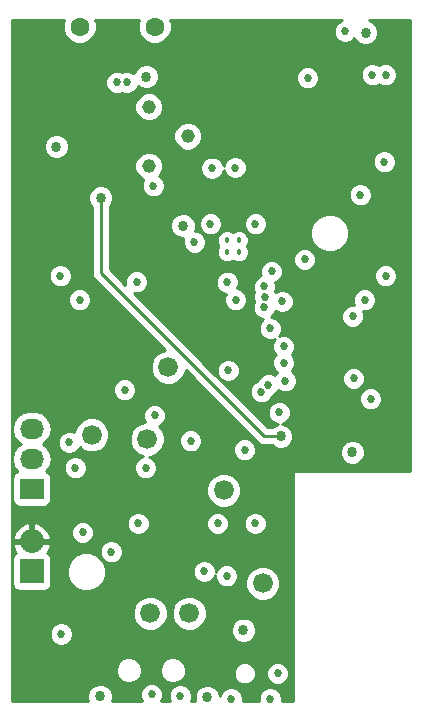
<source format=gbr>
G04 #@! TF.FileFunction,Copper,L3,Inr,Signal*
%FSLAX46Y46*%
G04 Gerber Fmt 4.6, Leading zero omitted, Abs format (unit mm)*
G04 Created by KiCad (PCBNEW 0.201601221447+6507~42~ubuntu15.10.1-product) date Fri 22 Jan 2016 05:48:07 PM EST*
%MOMM*%
G01*
G04 APERTURE LIST*
%ADD10C,0.100000*%
%ADD11R,2.032000X1.727200*%
%ADD12O,2.032000X1.727200*%
%ADD13C,1.680000*%
%ADD14C,1.150000*%
%ADD15C,0.457000*%
%ADD16R,2.032000X2.032000*%
%ADD17O,2.032000X2.032000*%
%ADD18C,1.600000*%
%ADD19C,0.863600*%
%ADD20C,0.685800*%
%ADD21C,0.254000*%
G04 APERTURE END LIST*
D10*
D11*
X126746000Y-129921000D03*
D12*
X126746000Y-127381000D03*
X126746000Y-124841000D03*
D13*
X146304000Y-137922000D03*
X131826000Y-125349000D03*
X138303000Y-119634000D03*
X136525000Y-125730000D03*
X136779000Y-140462000D03*
X140081000Y-140462000D03*
X143002000Y-130048000D03*
D14*
X139953000Y-100076000D03*
X136653000Y-102576000D03*
X136653000Y-97576000D03*
D15*
X144283400Y-109892800D03*
X143283400Y-109892800D03*
X144283400Y-108892800D03*
X143283400Y-108892800D03*
D16*
X126746000Y-136906000D03*
D17*
X126746000Y-134366000D03*
D18*
X137160000Y-90797000D03*
X130810000Y-90797000D03*
D19*
X139567000Y-107639200D03*
X136448800Y-95021400D03*
D20*
X148209000Y-120777000D03*
X139319000Y-147447000D03*
X136906000Y-147320000D03*
X146939000Y-147701000D03*
X143637000Y-147701000D03*
X147574000Y-145542000D03*
X129159000Y-111887000D03*
X130810000Y-113919000D03*
X135636000Y-112395000D03*
X129921000Y-125984000D03*
X130429000Y-128143000D03*
X136398000Y-128143000D03*
X143383000Y-119888000D03*
X131064000Y-133604000D03*
X133477000Y-135255000D03*
X146431000Y-114554000D03*
X137160000Y-123698000D03*
X140208000Y-125857000D03*
X144780000Y-126619000D03*
X135763000Y-132842000D03*
X129235200Y-142214600D03*
X142011400Y-102768400D03*
X143967200Y-102717600D03*
D19*
X153898600Y-126822200D03*
X141605000Y-147574000D03*
X128828800Y-100939600D03*
X144678400Y-141884400D03*
X132537200Y-147497800D03*
D20*
X137033000Y-104267000D03*
X141351000Y-136906000D03*
D19*
X155016200Y-91287600D03*
X132588000Y-105283000D03*
X147828000Y-125476000D03*
D20*
X129159000Y-122301000D03*
X134239000Y-126238000D03*
X141605000Y-123317000D03*
X145542000Y-111760000D03*
X140208000Y-127381000D03*
X157454600Y-117195600D03*
D19*
X140462000Y-144653000D03*
X147370800Y-143078200D03*
X152298400Y-95123000D03*
X146253200Y-123393200D03*
X129032000Y-140843000D03*
D20*
X138049000Y-133985000D03*
X145669000Y-132842000D03*
X142494000Y-132842000D03*
X143256000Y-137287000D03*
X134797800Y-95504000D03*
X146786335Y-121101162D03*
X133934200Y-95504000D03*
X146175679Y-121711818D03*
X145694400Y-107492800D03*
X150114000Y-95123000D03*
X143304518Y-112422682D03*
X153289000Y-91186000D03*
X144018000Y-113919000D03*
X155575000Y-94869000D03*
X156591000Y-102235000D03*
X156718000Y-94869000D03*
X147955000Y-114046000D03*
X154559000Y-105029000D03*
X146474272Y-113643272D03*
X140524520Y-109030673D03*
X141884400Y-107492800D03*
X146456400Y-112776000D03*
X156718000Y-111887000D03*
X134620000Y-121539000D03*
X149860000Y-110490000D03*
X147701000Y-123444000D03*
X147066000Y-111506000D03*
X155448000Y-122301000D03*
X148082000Y-119253000D03*
X154003081Y-120570919D03*
X146939000Y-116332000D03*
X153924000Y-115316000D03*
X154940000Y-113919000D03*
X148082000Y-117856000D03*
D21*
X132588000Y-111633000D02*
X146431000Y-125476000D01*
X146431000Y-125476000D02*
X147828000Y-125476000D01*
X132588000Y-105283000D02*
X132588000Y-111633000D01*
G36*
X129375250Y-90510309D02*
X129374752Y-91081187D01*
X129592757Y-91608800D01*
X129996077Y-92012824D01*
X130523309Y-92231750D01*
X131094187Y-92232248D01*
X131621800Y-92014243D01*
X132025824Y-91610923D01*
X132244750Y-91083691D01*
X132245248Y-90512813D01*
X132134590Y-90245000D01*
X135835416Y-90245000D01*
X135725250Y-90510309D01*
X135724752Y-91081187D01*
X135942757Y-91608800D01*
X136346077Y-92012824D01*
X136873309Y-92231750D01*
X137444187Y-92232248D01*
X137971800Y-92014243D01*
X138375824Y-91610923D01*
X138594750Y-91083691D01*
X138595248Y-90512813D01*
X138484590Y-90245000D01*
X153005623Y-90245000D01*
X152735788Y-90356493D01*
X152460460Y-90631341D01*
X152311270Y-90990630D01*
X152310931Y-91379663D01*
X152459493Y-91739212D01*
X152734341Y-92014540D01*
X153093630Y-92163730D01*
X153482663Y-92164069D01*
X153842212Y-92015507D01*
X154069101Y-91789014D01*
X154111284Y-91891104D01*
X154411117Y-92191462D01*
X154803069Y-92354215D01*
X155227469Y-92354585D01*
X155619704Y-92192516D01*
X155920062Y-91892683D01*
X156082815Y-91500731D01*
X156083185Y-91076331D01*
X155921116Y-90684096D01*
X155621283Y-90383738D01*
X155287165Y-90245000D01*
X158802000Y-90245000D01*
X158802000Y-128397000D01*
X148971000Y-128397000D01*
X148922399Y-128406667D01*
X148881197Y-128434197D01*
X148853667Y-128475399D01*
X148844000Y-128524000D01*
X148844000Y-147880000D01*
X147916744Y-147880000D01*
X147917069Y-147507337D01*
X147768507Y-147147788D01*
X147493659Y-146872460D01*
X147134370Y-146723270D01*
X146745337Y-146722931D01*
X146385788Y-146871493D01*
X146110460Y-147146341D01*
X145961270Y-147505630D01*
X145960944Y-147880000D01*
X144614744Y-147880000D01*
X144615069Y-147507337D01*
X144466507Y-147147788D01*
X144191659Y-146872460D01*
X143832370Y-146723270D01*
X143443337Y-146722931D01*
X143083788Y-146871493D01*
X142808460Y-147146341D01*
X142671887Y-147475245D01*
X142671985Y-147362731D01*
X142509916Y-146970496D01*
X142210083Y-146670138D01*
X141818131Y-146507385D01*
X141393731Y-146507015D01*
X141001496Y-146669084D01*
X140701138Y-146968917D01*
X140538385Y-147360869D01*
X140538015Y-147785269D01*
X140577157Y-147880000D01*
X140198057Y-147880000D01*
X140296730Y-147642370D01*
X140297069Y-147253337D01*
X140148507Y-146893788D01*
X139873659Y-146618460D01*
X139514370Y-146469270D01*
X139125337Y-146468931D01*
X138765788Y-146617493D01*
X138490460Y-146892341D01*
X138341270Y-147251630D01*
X138340931Y-147640663D01*
X138439823Y-147880000D01*
X137729190Y-147880000D01*
X137734540Y-147874659D01*
X137883730Y-147515370D01*
X137884069Y-147126337D01*
X137735507Y-146766788D01*
X137460659Y-146491460D01*
X137101370Y-146342270D01*
X136712337Y-146341931D01*
X136352788Y-146490493D01*
X136077460Y-146765341D01*
X135928270Y-147124630D01*
X135927931Y-147513663D01*
X136076493Y-147873212D01*
X136083269Y-147880000D01*
X133533611Y-147880000D01*
X133603815Y-147710931D01*
X133604185Y-147286531D01*
X133442116Y-146894296D01*
X133142283Y-146593938D01*
X132750331Y-146431185D01*
X132325931Y-146430815D01*
X131933696Y-146592884D01*
X131633338Y-146892717D01*
X131470585Y-147284669D01*
X131470215Y-147709069D01*
X131540843Y-147880000D01*
X125043000Y-147880000D01*
X125043000Y-145503824D01*
X133865808Y-145503824D01*
X134034439Y-145911943D01*
X134346415Y-146224463D01*
X134754239Y-146393807D01*
X135195824Y-146394192D01*
X135603943Y-146225561D01*
X135916463Y-145913585D01*
X136084950Y-145507824D01*
X137573808Y-145507824D01*
X137742439Y-145915943D01*
X138054415Y-146228463D01*
X138462239Y-146397807D01*
X138903824Y-146398192D01*
X139311943Y-146229561D01*
X139624463Y-145917585D01*
X139703120Y-145728157D01*
X143839837Y-145728157D01*
X143982642Y-146073772D01*
X144246837Y-146338429D01*
X144592202Y-146481837D01*
X144966157Y-146482163D01*
X145311772Y-146339358D01*
X145576429Y-146075163D01*
X145717401Y-145735663D01*
X146595931Y-145735663D01*
X146744493Y-146095212D01*
X147019341Y-146370540D01*
X147378630Y-146519730D01*
X147767663Y-146520069D01*
X148127212Y-146371507D01*
X148402540Y-146096659D01*
X148551730Y-145737370D01*
X148552069Y-145348337D01*
X148403507Y-144988788D01*
X148128659Y-144713460D01*
X147769370Y-144564270D01*
X147380337Y-144563931D01*
X147020788Y-144712493D01*
X146745460Y-144987341D01*
X146596270Y-145346630D01*
X146595931Y-145735663D01*
X145717401Y-145735663D01*
X145719837Y-145729798D01*
X145720163Y-145355843D01*
X145577358Y-145010228D01*
X145313163Y-144745571D01*
X144967798Y-144602163D01*
X144593843Y-144601837D01*
X144248228Y-144744642D01*
X143983571Y-145008837D01*
X143840163Y-145354202D01*
X143839837Y-145728157D01*
X139703120Y-145728157D01*
X139793807Y-145509761D01*
X139794192Y-145068176D01*
X139625561Y-144660057D01*
X139313585Y-144347537D01*
X138905761Y-144178193D01*
X138464176Y-144177808D01*
X138056057Y-144346439D01*
X137743537Y-144658415D01*
X137574193Y-145066239D01*
X137573808Y-145507824D01*
X136084950Y-145507824D01*
X136085807Y-145505761D01*
X136086192Y-145064176D01*
X135917561Y-144656057D01*
X135605585Y-144343537D01*
X135197761Y-144174193D01*
X134756176Y-144173808D01*
X134348057Y-144342439D01*
X134035537Y-144654415D01*
X133866193Y-145062239D01*
X133865808Y-145503824D01*
X125043000Y-145503824D01*
X125043000Y-142408263D01*
X128257131Y-142408263D01*
X128405693Y-142767812D01*
X128680541Y-143043140D01*
X129039830Y-143192330D01*
X129428863Y-143192669D01*
X129788412Y-143044107D01*
X130063740Y-142769259D01*
X130212930Y-142409970D01*
X130213203Y-142095669D01*
X143611415Y-142095669D01*
X143773484Y-142487904D01*
X144073317Y-142788262D01*
X144465269Y-142951015D01*
X144889669Y-142951385D01*
X145281904Y-142789316D01*
X145582262Y-142489483D01*
X145745015Y-142097531D01*
X145745385Y-141673131D01*
X145583316Y-141280896D01*
X145283483Y-140980538D01*
X144891531Y-140817785D01*
X144467131Y-140817415D01*
X144074896Y-140979484D01*
X143774538Y-141279317D01*
X143611785Y-141671269D01*
X143611415Y-142095669D01*
X130213203Y-142095669D01*
X130213269Y-142020937D01*
X130064707Y-141661388D01*
X129789859Y-141386060D01*
X129430570Y-141236870D01*
X129041537Y-141236531D01*
X128681988Y-141385093D01*
X128406660Y-141659941D01*
X128257470Y-142019230D01*
X128257131Y-142408263D01*
X125043000Y-142408263D01*
X125043000Y-140754108D01*
X135303744Y-140754108D01*
X135527827Y-141296429D01*
X135942389Y-141711715D01*
X136484317Y-141936743D01*
X137071108Y-141937256D01*
X137613429Y-141713173D01*
X138028715Y-141298611D01*
X138253743Y-140756683D01*
X138253745Y-140754108D01*
X138605744Y-140754108D01*
X138829827Y-141296429D01*
X139244389Y-141711715D01*
X139786317Y-141936743D01*
X140373108Y-141937256D01*
X140915429Y-141713173D01*
X141330715Y-141298611D01*
X141555743Y-140756683D01*
X141556256Y-140169892D01*
X141332173Y-139627571D01*
X140917611Y-139212285D01*
X140375683Y-138987257D01*
X139788892Y-138986744D01*
X139246571Y-139210827D01*
X138831285Y-139625389D01*
X138606257Y-140167317D01*
X138605744Y-140754108D01*
X138253745Y-140754108D01*
X138254256Y-140169892D01*
X138030173Y-139627571D01*
X137615611Y-139212285D01*
X137073683Y-138987257D01*
X136486892Y-138986744D01*
X135944571Y-139210827D01*
X135529285Y-139625389D01*
X135304257Y-140167317D01*
X135303744Y-140754108D01*
X125043000Y-140754108D01*
X125043000Y-135890000D01*
X125082560Y-135890000D01*
X125082560Y-137922000D01*
X125131843Y-138169765D01*
X125272191Y-138379809D01*
X125482235Y-138520157D01*
X125730000Y-138569440D01*
X127762000Y-138569440D01*
X128009765Y-138520157D01*
X128219809Y-138379809D01*
X128360157Y-138169765D01*
X128409440Y-137922000D01*
X128409440Y-137266795D01*
X129740716Y-137266795D01*
X129989106Y-137867943D01*
X130448637Y-138328278D01*
X131049352Y-138577716D01*
X131699795Y-138578284D01*
X132300943Y-138329894D01*
X132761278Y-137870363D01*
X133010716Y-137269648D01*
X133010864Y-137099663D01*
X140372931Y-137099663D01*
X140521493Y-137459212D01*
X140796341Y-137734540D01*
X141155630Y-137883730D01*
X141544663Y-137884069D01*
X141904212Y-137735507D01*
X142179540Y-137460659D01*
X142278155Y-137223167D01*
X142277931Y-137480663D01*
X142426493Y-137840212D01*
X142701341Y-138115540D01*
X143060630Y-138264730D01*
X143449663Y-138265069D01*
X143572998Y-138214108D01*
X144828744Y-138214108D01*
X145052827Y-138756429D01*
X145467389Y-139171715D01*
X146009317Y-139396743D01*
X146596108Y-139397256D01*
X147138429Y-139173173D01*
X147553715Y-138758611D01*
X147778743Y-138216683D01*
X147779256Y-137629892D01*
X147555173Y-137087571D01*
X147140611Y-136672285D01*
X146598683Y-136447257D01*
X146011892Y-136446744D01*
X145469571Y-136670827D01*
X145054285Y-137085389D01*
X144829257Y-137627317D01*
X144828744Y-138214108D01*
X143572998Y-138214108D01*
X143809212Y-138116507D01*
X144084540Y-137841659D01*
X144233730Y-137482370D01*
X144234069Y-137093337D01*
X144085507Y-136733788D01*
X143810659Y-136458460D01*
X143451370Y-136309270D01*
X143062337Y-136308931D01*
X142702788Y-136457493D01*
X142427460Y-136732341D01*
X142328845Y-136969833D01*
X142329069Y-136712337D01*
X142180507Y-136352788D01*
X141905659Y-136077460D01*
X141546370Y-135928270D01*
X141157337Y-135927931D01*
X140797788Y-136076493D01*
X140522460Y-136351341D01*
X140373270Y-136710630D01*
X140372931Y-137099663D01*
X133010864Y-137099663D01*
X133011284Y-136619205D01*
X132762894Y-136018057D01*
X132303363Y-135557722D01*
X132040720Y-135448663D01*
X132498931Y-135448663D01*
X132647493Y-135808212D01*
X132922341Y-136083540D01*
X133281630Y-136232730D01*
X133670663Y-136233069D01*
X134030212Y-136084507D01*
X134305540Y-135809659D01*
X134454730Y-135450370D01*
X134455069Y-135061337D01*
X134306507Y-134701788D01*
X134031659Y-134426460D01*
X133672370Y-134277270D01*
X133283337Y-134276931D01*
X132923788Y-134425493D01*
X132648460Y-134700341D01*
X132499270Y-135059630D01*
X132498931Y-135448663D01*
X132040720Y-135448663D01*
X131702648Y-135308284D01*
X131052205Y-135307716D01*
X130451057Y-135556106D01*
X129990722Y-136015637D01*
X129741284Y-136616352D01*
X129740716Y-137266795D01*
X128409440Y-137266795D01*
X128409440Y-135890000D01*
X128360157Y-135642235D01*
X128219809Y-135432191D01*
X128062887Y-135327338D01*
X128152385Y-135230818D01*
X128351975Y-134748944D01*
X128232836Y-134493000D01*
X126873000Y-134493000D01*
X126873000Y-134513000D01*
X126619000Y-134513000D01*
X126619000Y-134493000D01*
X125259164Y-134493000D01*
X125140025Y-134748944D01*
X125339615Y-135230818D01*
X125429113Y-135327338D01*
X125272191Y-135432191D01*
X125131843Y-135642235D01*
X125082560Y-135890000D01*
X125043000Y-135890000D01*
X125043000Y-133983056D01*
X125140025Y-133983056D01*
X125259164Y-134239000D01*
X126619000Y-134239000D01*
X126619000Y-132878633D01*
X126873000Y-132878633D01*
X126873000Y-134239000D01*
X128232836Y-134239000D01*
X128351975Y-133983056D01*
X128275187Y-133797663D01*
X130085931Y-133797663D01*
X130234493Y-134157212D01*
X130509341Y-134432540D01*
X130868630Y-134581730D01*
X131257663Y-134582069D01*
X131617212Y-134433507D01*
X131892540Y-134158659D01*
X132041730Y-133799370D01*
X132042069Y-133410337D01*
X131893507Y-133050788D01*
X131878409Y-133035663D01*
X134784931Y-133035663D01*
X134933493Y-133395212D01*
X135208341Y-133670540D01*
X135567630Y-133819730D01*
X135956663Y-133820069D01*
X136316212Y-133671507D01*
X136591540Y-133396659D01*
X136740730Y-133037370D01*
X136740731Y-133035663D01*
X141515931Y-133035663D01*
X141664493Y-133395212D01*
X141939341Y-133670540D01*
X142298630Y-133819730D01*
X142687663Y-133820069D01*
X143047212Y-133671507D01*
X143322540Y-133396659D01*
X143471730Y-133037370D01*
X143471731Y-133035663D01*
X144690931Y-133035663D01*
X144839493Y-133395212D01*
X145114341Y-133670540D01*
X145473630Y-133819730D01*
X145862663Y-133820069D01*
X146222212Y-133671507D01*
X146497540Y-133396659D01*
X146646730Y-133037370D01*
X146647069Y-132648337D01*
X146498507Y-132288788D01*
X146223659Y-132013460D01*
X145864370Y-131864270D01*
X145475337Y-131863931D01*
X145115788Y-132012493D01*
X144840460Y-132287341D01*
X144691270Y-132646630D01*
X144690931Y-133035663D01*
X143471731Y-133035663D01*
X143472069Y-132648337D01*
X143323507Y-132288788D01*
X143048659Y-132013460D01*
X142689370Y-131864270D01*
X142300337Y-131863931D01*
X141940788Y-132012493D01*
X141665460Y-132287341D01*
X141516270Y-132646630D01*
X141515931Y-133035663D01*
X136740731Y-133035663D01*
X136741069Y-132648337D01*
X136592507Y-132288788D01*
X136317659Y-132013460D01*
X135958370Y-131864270D01*
X135569337Y-131863931D01*
X135209788Y-132012493D01*
X134934460Y-132287341D01*
X134785270Y-132646630D01*
X134784931Y-133035663D01*
X131878409Y-133035663D01*
X131618659Y-132775460D01*
X131259370Y-132626270D01*
X130870337Y-132625931D01*
X130510788Y-132774493D01*
X130235460Y-133049341D01*
X130086270Y-133408630D01*
X130085931Y-133797663D01*
X128275187Y-133797663D01*
X128152385Y-133501182D01*
X127714379Y-133028812D01*
X127128946Y-132760017D01*
X126873000Y-132878633D01*
X126619000Y-132878633D01*
X126363054Y-132760017D01*
X125777621Y-133028812D01*
X125339615Y-133501182D01*
X125140025Y-133983056D01*
X125043000Y-133983056D01*
X125043000Y-124841000D01*
X125062655Y-124841000D01*
X125176729Y-125414489D01*
X125501585Y-125900670D01*
X125816366Y-126111000D01*
X125501585Y-126321330D01*
X125176729Y-126807511D01*
X125062655Y-127381000D01*
X125176729Y-127954489D01*
X125501585Y-128440670D01*
X125518566Y-128452016D01*
X125482235Y-128459243D01*
X125272191Y-128599591D01*
X125131843Y-128809635D01*
X125082560Y-129057400D01*
X125082560Y-130784600D01*
X125131843Y-131032365D01*
X125272191Y-131242409D01*
X125482235Y-131382757D01*
X125730000Y-131432040D01*
X127762000Y-131432040D01*
X128009765Y-131382757D01*
X128219809Y-131242409D01*
X128360157Y-131032365D01*
X128409440Y-130784600D01*
X128409440Y-130340108D01*
X141526744Y-130340108D01*
X141750827Y-130882429D01*
X142165389Y-131297715D01*
X142707317Y-131522743D01*
X143294108Y-131523256D01*
X143836429Y-131299173D01*
X144251715Y-130884611D01*
X144476743Y-130342683D01*
X144477256Y-129755892D01*
X144253173Y-129213571D01*
X143838611Y-128798285D01*
X143296683Y-128573257D01*
X142709892Y-128572744D01*
X142167571Y-128796827D01*
X141752285Y-129211389D01*
X141527257Y-129753317D01*
X141526744Y-130340108D01*
X128409440Y-130340108D01*
X128409440Y-129057400D01*
X128360157Y-128809635D01*
X128219809Y-128599591D01*
X128009765Y-128459243D01*
X127973434Y-128452016D01*
X127990415Y-128440670D01*
X128059910Y-128336663D01*
X129450931Y-128336663D01*
X129599493Y-128696212D01*
X129874341Y-128971540D01*
X130233630Y-129120730D01*
X130622663Y-129121069D01*
X130982212Y-128972507D01*
X131257540Y-128697659D01*
X131406730Y-128338370D01*
X131407069Y-127949337D01*
X131258507Y-127589788D01*
X130983659Y-127314460D01*
X130624370Y-127165270D01*
X130235337Y-127164931D01*
X129875788Y-127313493D01*
X129600460Y-127588341D01*
X129451270Y-127947630D01*
X129450931Y-128336663D01*
X128059910Y-128336663D01*
X128315271Y-127954489D01*
X128429345Y-127381000D01*
X128315271Y-126807511D01*
X127990415Y-126321330D01*
X127775403Y-126177663D01*
X128942931Y-126177663D01*
X129091493Y-126537212D01*
X129366341Y-126812540D01*
X129725630Y-126961730D01*
X130114663Y-126962069D01*
X130474212Y-126813507D01*
X130749540Y-126538659D01*
X130802388Y-126411387D01*
X130989389Y-126598715D01*
X131531317Y-126823743D01*
X132118108Y-126824256D01*
X132660429Y-126600173D01*
X133075715Y-126185611D01*
X133143607Y-126022108D01*
X135049744Y-126022108D01*
X135273827Y-126564429D01*
X135688389Y-126979715D01*
X136169302Y-127179407D01*
X135844788Y-127313493D01*
X135569460Y-127588341D01*
X135420270Y-127947630D01*
X135419931Y-128336663D01*
X135568493Y-128696212D01*
X135843341Y-128971540D01*
X136202630Y-129120730D01*
X136591663Y-129121069D01*
X136951212Y-128972507D01*
X137226540Y-128697659D01*
X137375730Y-128338370D01*
X137376069Y-127949337D01*
X137227507Y-127589788D01*
X136952659Y-127314460D01*
X136689398Y-127205144D01*
X136817108Y-127205256D01*
X137359429Y-126981173D01*
X137774715Y-126566611D01*
X137988955Y-126050663D01*
X139229931Y-126050663D01*
X139378493Y-126410212D01*
X139653341Y-126685540D01*
X140012630Y-126834730D01*
X140401663Y-126835069D01*
X140455889Y-126812663D01*
X143801931Y-126812663D01*
X143950493Y-127172212D01*
X144225341Y-127447540D01*
X144584630Y-127596730D01*
X144973663Y-127597069D01*
X145333212Y-127448507D01*
X145608540Y-127173659D01*
X145666752Y-127033469D01*
X152831615Y-127033469D01*
X152993684Y-127425704D01*
X153293517Y-127726062D01*
X153685469Y-127888815D01*
X154109869Y-127889185D01*
X154502104Y-127727116D01*
X154802462Y-127427283D01*
X154965215Y-127035331D01*
X154965585Y-126610931D01*
X154803516Y-126218696D01*
X154503683Y-125918338D01*
X154111731Y-125755585D01*
X153687331Y-125755215D01*
X153295096Y-125917284D01*
X152994738Y-126217117D01*
X152831985Y-126609069D01*
X152831615Y-127033469D01*
X145666752Y-127033469D01*
X145757730Y-126814370D01*
X145758069Y-126425337D01*
X145609507Y-126065788D01*
X145334659Y-125790460D01*
X144975370Y-125641270D01*
X144586337Y-125640931D01*
X144226788Y-125789493D01*
X143951460Y-126064341D01*
X143802270Y-126423630D01*
X143801931Y-126812663D01*
X140455889Y-126812663D01*
X140761212Y-126686507D01*
X141036540Y-126411659D01*
X141185730Y-126052370D01*
X141186069Y-125663337D01*
X141037507Y-125303788D01*
X140762659Y-125028460D01*
X140403370Y-124879270D01*
X140014337Y-124878931D01*
X139654788Y-125027493D01*
X139379460Y-125302341D01*
X139230270Y-125661630D01*
X139229931Y-126050663D01*
X137988955Y-126050663D01*
X137999743Y-126024683D01*
X138000256Y-125437892D01*
X137776173Y-124895571D01*
X137497660Y-124616571D01*
X137713212Y-124527507D01*
X137988540Y-124252659D01*
X138137730Y-123893370D01*
X138138069Y-123504337D01*
X137989507Y-123144788D01*
X137714659Y-122869460D01*
X137355370Y-122720270D01*
X136966337Y-122719931D01*
X136606788Y-122868493D01*
X136331460Y-123143341D01*
X136182270Y-123502630D01*
X136181931Y-123891663D01*
X136330493Y-124251212D01*
X136334107Y-124254832D01*
X136232892Y-124254744D01*
X135690571Y-124478827D01*
X135275285Y-124893389D01*
X135050257Y-125435317D01*
X135049744Y-126022108D01*
X133143607Y-126022108D01*
X133300743Y-125643683D01*
X133301256Y-125056892D01*
X133077173Y-124514571D01*
X132662611Y-124099285D01*
X132120683Y-123874257D01*
X131533892Y-123873744D01*
X130991571Y-124097827D01*
X130576285Y-124512389D01*
X130351257Y-125054317D01*
X130351214Y-125103786D01*
X130116370Y-125006270D01*
X129727337Y-125005931D01*
X129367788Y-125154493D01*
X129092460Y-125429341D01*
X128943270Y-125788630D01*
X128942931Y-126177663D01*
X127775403Y-126177663D01*
X127675634Y-126111000D01*
X127990415Y-125900670D01*
X128315271Y-125414489D01*
X128429345Y-124841000D01*
X128315271Y-124267511D01*
X127990415Y-123781330D01*
X127504234Y-123456474D01*
X126930745Y-123342400D01*
X126561255Y-123342400D01*
X125987766Y-123456474D01*
X125501585Y-123781330D01*
X125176729Y-124267511D01*
X125062655Y-124841000D01*
X125043000Y-124841000D01*
X125043000Y-121732663D01*
X133641931Y-121732663D01*
X133790493Y-122092212D01*
X134065341Y-122367540D01*
X134424630Y-122516730D01*
X134813663Y-122517069D01*
X135173212Y-122368507D01*
X135448540Y-122093659D01*
X135597730Y-121734370D01*
X135598069Y-121345337D01*
X135449507Y-120985788D01*
X135174659Y-120710460D01*
X134815370Y-120561270D01*
X134426337Y-120560931D01*
X134066788Y-120709493D01*
X133791460Y-120984341D01*
X133642270Y-121343630D01*
X133641931Y-121732663D01*
X125043000Y-121732663D01*
X125043000Y-114112663D01*
X129831931Y-114112663D01*
X129980493Y-114472212D01*
X130255341Y-114747540D01*
X130614630Y-114896730D01*
X131003663Y-114897069D01*
X131363212Y-114748507D01*
X131638540Y-114473659D01*
X131787730Y-114114370D01*
X131788069Y-113725337D01*
X131639507Y-113365788D01*
X131364659Y-113090460D01*
X131005370Y-112941270D01*
X130616337Y-112940931D01*
X130256788Y-113089493D01*
X129981460Y-113364341D01*
X129832270Y-113723630D01*
X129831931Y-114112663D01*
X125043000Y-114112663D01*
X125043000Y-112080663D01*
X128180931Y-112080663D01*
X128329493Y-112440212D01*
X128604341Y-112715540D01*
X128963630Y-112864730D01*
X129352663Y-112865069D01*
X129712212Y-112716507D01*
X129987540Y-112441659D01*
X130136730Y-112082370D01*
X130137069Y-111693337D01*
X129988507Y-111333788D01*
X129713659Y-111058460D01*
X129354370Y-110909270D01*
X128965337Y-110908931D01*
X128605788Y-111057493D01*
X128330460Y-111332341D01*
X128181270Y-111691630D01*
X128180931Y-112080663D01*
X125043000Y-112080663D01*
X125043000Y-105494269D01*
X131521015Y-105494269D01*
X131683084Y-105886504D01*
X131826000Y-106029670D01*
X131826000Y-111633000D01*
X131884004Y-111924605D01*
X131973946Y-112059212D01*
X132049185Y-112171815D01*
X138036136Y-118158766D01*
X138010892Y-118158744D01*
X137468571Y-118382827D01*
X137053285Y-118797389D01*
X136828257Y-119339317D01*
X136827744Y-119926108D01*
X137051827Y-120468429D01*
X137466389Y-120883715D01*
X138008317Y-121108743D01*
X138595108Y-121109256D01*
X139137429Y-120885173D01*
X139552715Y-120470611D01*
X139777743Y-119928683D01*
X139777768Y-119900398D01*
X145892184Y-126014815D01*
X146135903Y-126177663D01*
X146139395Y-126179996D01*
X146431000Y-126238000D01*
X147081303Y-126238000D01*
X147222917Y-126379862D01*
X147614869Y-126542615D01*
X148039269Y-126542985D01*
X148431504Y-126380916D01*
X148731862Y-126081083D01*
X148894615Y-125689131D01*
X148894985Y-125264731D01*
X148732916Y-124872496D01*
X148433083Y-124572138D01*
X148041131Y-124409385D01*
X147925605Y-124409284D01*
X148254212Y-124273507D01*
X148529540Y-123998659D01*
X148678730Y-123639370D01*
X148679069Y-123250337D01*
X148530507Y-122890788D01*
X148255659Y-122615460D01*
X147964748Y-122494663D01*
X154469931Y-122494663D01*
X154618493Y-122854212D01*
X154893341Y-123129540D01*
X155252630Y-123278730D01*
X155641663Y-123279069D01*
X156001212Y-123130507D01*
X156276540Y-122855659D01*
X156425730Y-122496370D01*
X156426069Y-122107337D01*
X156277507Y-121747788D01*
X156002659Y-121472460D01*
X155643370Y-121323270D01*
X155254337Y-121322931D01*
X154894788Y-121471493D01*
X154619460Y-121746341D01*
X154470270Y-122105630D01*
X154469931Y-122494663D01*
X147964748Y-122494663D01*
X147896370Y-122466270D01*
X147507337Y-122465931D01*
X147147788Y-122614493D01*
X146872460Y-122889341D01*
X146723270Y-123248630D01*
X146722931Y-123637663D01*
X146871493Y-123997212D01*
X147146341Y-124272540D01*
X147505630Y-124421730D01*
X147585789Y-124421800D01*
X147224496Y-124571084D01*
X147081330Y-124714000D01*
X146746631Y-124714000D01*
X143938112Y-121905481D01*
X145197610Y-121905481D01*
X145346172Y-122265030D01*
X145621020Y-122540358D01*
X145980309Y-122689548D01*
X146369342Y-122689887D01*
X146728891Y-122541325D01*
X147004219Y-122266477D01*
X147103089Y-122028371D01*
X147339547Y-121930669D01*
X147614875Y-121655821D01*
X147641214Y-121592390D01*
X147654341Y-121605540D01*
X148013630Y-121754730D01*
X148402663Y-121755069D01*
X148762212Y-121606507D01*
X149037540Y-121331659D01*
X149186730Y-120972370D01*
X149186911Y-120764582D01*
X153025012Y-120764582D01*
X153173574Y-121124131D01*
X153448422Y-121399459D01*
X153807711Y-121548649D01*
X154196744Y-121548988D01*
X154556293Y-121400426D01*
X154831621Y-121125578D01*
X154980811Y-120766289D01*
X154981150Y-120377256D01*
X154832588Y-120017707D01*
X154557740Y-119742379D01*
X154198451Y-119593189D01*
X153809418Y-119592850D01*
X153449869Y-119741412D01*
X153174541Y-120016260D01*
X153025351Y-120375549D01*
X153025012Y-120764582D01*
X149186911Y-120764582D01*
X149187069Y-120583337D01*
X149038507Y-120223788D01*
X148766571Y-119951377D01*
X148910540Y-119807659D01*
X149059730Y-119448370D01*
X149060069Y-119059337D01*
X148911507Y-118699788D01*
X148766460Y-118554488D01*
X148910540Y-118410659D01*
X149059730Y-118051370D01*
X149060069Y-117662337D01*
X148911507Y-117302788D01*
X148636659Y-117027460D01*
X148277370Y-116878270D01*
X147888337Y-116877931D01*
X147697148Y-116956928D01*
X147767540Y-116886659D01*
X147916730Y-116527370D01*
X147917069Y-116138337D01*
X147768507Y-115778788D01*
X147499852Y-115509663D01*
X152945931Y-115509663D01*
X153094493Y-115869212D01*
X153369341Y-116144540D01*
X153728630Y-116293730D01*
X154117663Y-116294069D01*
X154477212Y-116145507D01*
X154752540Y-115870659D01*
X154901730Y-115511370D01*
X154902069Y-115122337D01*
X154808874Y-114896786D01*
X155133663Y-114897069D01*
X155493212Y-114748507D01*
X155768540Y-114473659D01*
X155917730Y-114114370D01*
X155918069Y-113725337D01*
X155769507Y-113365788D01*
X155494659Y-113090460D01*
X155135370Y-112941270D01*
X154746337Y-112940931D01*
X154386788Y-113089493D01*
X154111460Y-113364341D01*
X153962270Y-113723630D01*
X153961931Y-114112663D01*
X154055126Y-114338214D01*
X153730337Y-114337931D01*
X153370788Y-114486493D01*
X153095460Y-114761341D01*
X152946270Y-115120630D01*
X152945931Y-115509663D01*
X147499852Y-115509663D01*
X147493659Y-115503460D01*
X147134370Y-115354270D01*
X147013605Y-115354165D01*
X147259540Y-115108659D01*
X147369559Y-114843704D01*
X147400341Y-114874540D01*
X147759630Y-115023730D01*
X148148663Y-115024069D01*
X148508212Y-114875507D01*
X148783540Y-114600659D01*
X148932730Y-114241370D01*
X148933069Y-113852337D01*
X148784507Y-113492788D01*
X148509659Y-113217460D01*
X148150370Y-113068270D01*
X147761337Y-113067931D01*
X147401788Y-113216493D01*
X147369385Y-113248839D01*
X147344212Y-113187916D01*
X147434130Y-112971370D01*
X147434469Y-112582337D01*
X147374295Y-112436704D01*
X147619212Y-112335507D01*
X147874501Y-112080663D01*
X155739931Y-112080663D01*
X155888493Y-112440212D01*
X156163341Y-112715540D01*
X156522630Y-112864730D01*
X156911663Y-112865069D01*
X157271212Y-112716507D01*
X157546540Y-112441659D01*
X157695730Y-112082370D01*
X157696069Y-111693337D01*
X157547507Y-111333788D01*
X157272659Y-111058460D01*
X156913370Y-110909270D01*
X156524337Y-110908931D01*
X156164788Y-111057493D01*
X155889460Y-111332341D01*
X155740270Y-111691630D01*
X155739931Y-112080663D01*
X147874501Y-112080663D01*
X147894540Y-112060659D01*
X148043730Y-111701370D01*
X148044069Y-111312337D01*
X147895507Y-110952788D01*
X147626852Y-110683663D01*
X148881931Y-110683663D01*
X149030493Y-111043212D01*
X149305341Y-111318540D01*
X149664630Y-111467730D01*
X150053663Y-111468069D01*
X150413212Y-111319507D01*
X150688540Y-111044659D01*
X150837730Y-110685370D01*
X150838069Y-110296337D01*
X150689507Y-109936788D01*
X150414659Y-109661460D01*
X150055370Y-109512270D01*
X149666337Y-109511931D01*
X149306788Y-109660493D01*
X149031460Y-109935341D01*
X148882270Y-110294630D01*
X148881931Y-110683663D01*
X147626852Y-110683663D01*
X147620659Y-110677460D01*
X147261370Y-110528270D01*
X146872337Y-110527931D01*
X146512788Y-110676493D01*
X146237460Y-110951341D01*
X146088270Y-111310630D01*
X146087931Y-111699663D01*
X146148105Y-111845296D01*
X145903188Y-111946493D01*
X145627860Y-112221341D01*
X145478670Y-112580630D01*
X145478331Y-112969663D01*
X145586460Y-113231356D01*
X145496542Y-113447902D01*
X145496203Y-113836935D01*
X145582835Y-114046602D01*
X145453270Y-114358630D01*
X145452931Y-114747663D01*
X145601493Y-115107212D01*
X145876341Y-115382540D01*
X146235630Y-115531730D01*
X146356395Y-115531835D01*
X146110460Y-115777341D01*
X145961270Y-116136630D01*
X145960931Y-116525663D01*
X146109493Y-116885212D01*
X146384341Y-117160540D01*
X146743630Y-117309730D01*
X147132663Y-117310069D01*
X147323852Y-117231072D01*
X147253460Y-117301341D01*
X147104270Y-117660630D01*
X147103931Y-118049663D01*
X147252493Y-118409212D01*
X147397540Y-118554512D01*
X147253460Y-118698341D01*
X147104270Y-119057630D01*
X147103931Y-119446663D01*
X147252493Y-119806212D01*
X147524429Y-120078623D01*
X147380460Y-120222341D01*
X147354121Y-120285772D01*
X147340994Y-120272622D01*
X146981705Y-120123432D01*
X146592672Y-120123093D01*
X146233123Y-120271655D01*
X145957795Y-120546503D01*
X145858925Y-120784609D01*
X145622467Y-120882311D01*
X145347139Y-121157159D01*
X145197949Y-121516448D01*
X145197610Y-121905481D01*
X143938112Y-121905481D01*
X142114294Y-120081663D01*
X142404931Y-120081663D01*
X142553493Y-120441212D01*
X142828341Y-120716540D01*
X143187630Y-120865730D01*
X143576663Y-120866069D01*
X143936212Y-120717507D01*
X144211540Y-120442659D01*
X144360730Y-120083370D01*
X144361069Y-119694337D01*
X144212507Y-119334788D01*
X143937659Y-119059460D01*
X143578370Y-118910270D01*
X143189337Y-118909931D01*
X142829788Y-119058493D01*
X142554460Y-119333341D01*
X142405270Y-119692630D01*
X142404931Y-120081663D01*
X142114294Y-120081663D01*
X135380315Y-113347685D01*
X135440630Y-113372730D01*
X135829663Y-113373069D01*
X136189212Y-113224507D01*
X136464540Y-112949659D01*
X136602944Y-112616345D01*
X142326449Y-112616345D01*
X142475011Y-112975894D01*
X142749859Y-113251222D01*
X143109148Y-113400412D01*
X143174458Y-113400469D01*
X143040270Y-113723630D01*
X143039931Y-114112663D01*
X143188493Y-114472212D01*
X143463341Y-114747540D01*
X143822630Y-114896730D01*
X144211663Y-114897069D01*
X144571212Y-114748507D01*
X144846540Y-114473659D01*
X144995730Y-114114370D01*
X144996069Y-113725337D01*
X144847507Y-113365788D01*
X144572659Y-113090460D01*
X144213370Y-112941270D01*
X144148060Y-112941213D01*
X144282248Y-112618052D01*
X144282587Y-112229019D01*
X144134025Y-111869470D01*
X143859177Y-111594142D01*
X143499888Y-111444952D01*
X143110855Y-111444613D01*
X142751306Y-111593175D01*
X142475978Y-111868023D01*
X142326788Y-112227312D01*
X142326449Y-112616345D01*
X136602944Y-112616345D01*
X136613730Y-112590370D01*
X136614069Y-112201337D01*
X136465507Y-111841788D01*
X136190659Y-111566460D01*
X135831370Y-111417270D01*
X135442337Y-111416931D01*
X135082788Y-111565493D01*
X134807460Y-111840341D01*
X134658270Y-112199630D01*
X134657931Y-112588663D01*
X134683729Y-112651099D01*
X133350000Y-111317370D01*
X133350000Y-107850469D01*
X138500015Y-107850469D01*
X138662084Y-108242704D01*
X138961917Y-108543062D01*
X139353869Y-108705815D01*
X139600469Y-108706030D01*
X139546790Y-108835303D01*
X139546451Y-109224336D01*
X139695013Y-109583885D01*
X139969861Y-109859213D01*
X140329150Y-110008403D01*
X140718183Y-110008742D01*
X141077732Y-109860180D01*
X141353060Y-109585332D01*
X141502250Y-109226043D01*
X141502391Y-109063807D01*
X142419750Y-109063807D01*
X142550933Y-109381294D01*
X142562226Y-109392607D01*
X142551787Y-109403028D01*
X142420050Y-109720286D01*
X142419750Y-110063807D01*
X142550933Y-110381294D01*
X142793628Y-110624413D01*
X143110886Y-110756150D01*
X143454407Y-110756450D01*
X143771894Y-110625267D01*
X143783207Y-110613974D01*
X143793628Y-110624413D01*
X144110886Y-110756150D01*
X144454407Y-110756450D01*
X144771894Y-110625267D01*
X145015013Y-110382572D01*
X145146750Y-110065314D01*
X145147050Y-109721793D01*
X145015867Y-109404306D01*
X145004574Y-109392993D01*
X145015013Y-109382572D01*
X145146750Y-109065314D01*
X145147050Y-108721793D01*
X145087139Y-108576795D01*
X150340716Y-108576795D01*
X150589106Y-109177943D01*
X151048637Y-109638278D01*
X151649352Y-109887716D01*
X152299795Y-109888284D01*
X152900943Y-109639894D01*
X153361278Y-109180363D01*
X153610716Y-108579648D01*
X153611284Y-107929205D01*
X153362894Y-107328057D01*
X152903363Y-106867722D01*
X152302648Y-106618284D01*
X151652205Y-106617716D01*
X151051057Y-106866106D01*
X150590722Y-107325637D01*
X150341284Y-107926352D01*
X150340716Y-108576795D01*
X145087139Y-108576795D01*
X145015867Y-108404306D01*
X144773172Y-108161187D01*
X144455914Y-108029450D01*
X144112393Y-108029150D01*
X143794906Y-108160333D01*
X143783593Y-108171626D01*
X143773172Y-108161187D01*
X143455914Y-108029450D01*
X143112393Y-108029150D01*
X142794906Y-108160333D01*
X142551787Y-108403028D01*
X142420050Y-108720286D01*
X142419750Y-109063807D01*
X141502391Y-109063807D01*
X141502589Y-108837010D01*
X141354027Y-108477461D01*
X141079179Y-108202133D01*
X140719890Y-108052943D01*
X140550375Y-108052795D01*
X140633615Y-107852331D01*
X140633759Y-107686463D01*
X140906331Y-107686463D01*
X141054893Y-108046012D01*
X141329741Y-108321340D01*
X141689030Y-108470530D01*
X142078063Y-108470869D01*
X142437612Y-108322307D01*
X142712940Y-108047459D01*
X142862130Y-107688170D01*
X142862131Y-107686463D01*
X144716331Y-107686463D01*
X144864893Y-108046012D01*
X145139741Y-108321340D01*
X145499030Y-108470530D01*
X145888063Y-108470869D01*
X146247612Y-108322307D01*
X146522940Y-108047459D01*
X146672130Y-107688170D01*
X146672469Y-107299137D01*
X146523907Y-106939588D01*
X146249059Y-106664260D01*
X145889770Y-106515070D01*
X145500737Y-106514731D01*
X145141188Y-106663293D01*
X144865860Y-106938141D01*
X144716670Y-107297430D01*
X144716331Y-107686463D01*
X142862131Y-107686463D01*
X142862469Y-107299137D01*
X142713907Y-106939588D01*
X142439059Y-106664260D01*
X142079770Y-106515070D01*
X141690737Y-106514731D01*
X141331188Y-106663293D01*
X141055860Y-106938141D01*
X140906670Y-107297430D01*
X140906331Y-107686463D01*
X140633759Y-107686463D01*
X140633985Y-107427931D01*
X140471916Y-107035696D01*
X140172083Y-106735338D01*
X139780131Y-106572585D01*
X139355731Y-106572215D01*
X138963496Y-106734284D01*
X138663138Y-107034117D01*
X138500385Y-107426069D01*
X138500015Y-107850469D01*
X133350000Y-107850469D01*
X133350000Y-106029697D01*
X133491862Y-105888083D01*
X133654615Y-105496131D01*
X133654985Y-105071731D01*
X133492916Y-104679496D01*
X133193083Y-104379138D01*
X132801131Y-104216385D01*
X132376731Y-104216015D01*
X131984496Y-104378084D01*
X131684138Y-104677917D01*
X131521385Y-105069869D01*
X131521015Y-105494269D01*
X125043000Y-105494269D01*
X125043000Y-102815628D01*
X135442791Y-102815628D01*
X135626614Y-103260514D01*
X135966695Y-103601190D01*
X136213249Y-103703568D01*
X136204460Y-103712341D01*
X136055270Y-104071630D01*
X136054931Y-104460663D01*
X136203493Y-104820212D01*
X136478341Y-105095540D01*
X136837630Y-105244730D01*
X137226663Y-105245069D01*
X137280889Y-105222663D01*
X153580931Y-105222663D01*
X153729493Y-105582212D01*
X154004341Y-105857540D01*
X154363630Y-106006730D01*
X154752663Y-106007069D01*
X155112212Y-105858507D01*
X155387540Y-105583659D01*
X155536730Y-105224370D01*
X155537069Y-104835337D01*
X155388507Y-104475788D01*
X155113659Y-104200460D01*
X154754370Y-104051270D01*
X154365337Y-104050931D01*
X154005788Y-104199493D01*
X153730460Y-104474341D01*
X153581270Y-104833630D01*
X153580931Y-105222663D01*
X137280889Y-105222663D01*
X137586212Y-105096507D01*
X137861540Y-104821659D01*
X138010730Y-104462370D01*
X138011069Y-104073337D01*
X137862507Y-103713788D01*
X137587659Y-103438460D01*
X137526971Y-103413260D01*
X137678190Y-103262305D01*
X137802861Y-102962063D01*
X141033331Y-102962063D01*
X141181893Y-103321612D01*
X141456741Y-103596940D01*
X141816030Y-103746130D01*
X142205063Y-103746469D01*
X142564612Y-103597907D01*
X142839940Y-103323059D01*
X142989130Y-102963770D01*
X142989176Y-102911371D01*
X143137693Y-103270812D01*
X143412541Y-103546140D01*
X143771830Y-103695330D01*
X144160863Y-103695669D01*
X144520412Y-103547107D01*
X144795740Y-103272259D01*
X144944930Y-102912970D01*
X144945269Y-102523937D01*
X144905903Y-102428663D01*
X155612931Y-102428663D01*
X155761493Y-102788212D01*
X156036341Y-103063540D01*
X156395630Y-103212730D01*
X156784663Y-103213069D01*
X157144212Y-103064507D01*
X157419540Y-102789659D01*
X157568730Y-102430370D01*
X157569069Y-102041337D01*
X157420507Y-101681788D01*
X157145659Y-101406460D01*
X156786370Y-101257270D01*
X156397337Y-101256931D01*
X156037788Y-101405493D01*
X155762460Y-101680341D01*
X155613270Y-102039630D01*
X155612931Y-102428663D01*
X144905903Y-102428663D01*
X144796707Y-102164388D01*
X144521859Y-101889060D01*
X144162570Y-101739870D01*
X143773537Y-101739531D01*
X143413988Y-101888093D01*
X143138660Y-102162941D01*
X142989470Y-102522230D01*
X142989424Y-102574629D01*
X142840907Y-102215188D01*
X142566059Y-101939860D01*
X142206770Y-101790670D01*
X141817737Y-101790331D01*
X141458188Y-101938893D01*
X141182860Y-102213741D01*
X141033670Y-102573030D01*
X141033331Y-102962063D01*
X137802861Y-102962063D01*
X137862789Y-102817740D01*
X137863209Y-102336372D01*
X137679386Y-101891486D01*
X137339305Y-101550810D01*
X136894740Y-101366211D01*
X136413372Y-101365791D01*
X135968486Y-101549614D01*
X135627810Y-101889695D01*
X135443211Y-102334260D01*
X135442791Y-102815628D01*
X125043000Y-102815628D01*
X125043000Y-101150869D01*
X127761815Y-101150869D01*
X127923884Y-101543104D01*
X128223717Y-101843462D01*
X128615669Y-102006215D01*
X129040069Y-102006585D01*
X129432304Y-101844516D01*
X129732662Y-101544683D01*
X129895415Y-101152731D01*
X129895785Y-100728331D01*
X129733716Y-100336096D01*
X129713284Y-100315628D01*
X138742791Y-100315628D01*
X138926614Y-100760514D01*
X139266695Y-101101190D01*
X139711260Y-101285789D01*
X140192628Y-101286209D01*
X140637514Y-101102386D01*
X140978190Y-100762305D01*
X141162789Y-100317740D01*
X141163209Y-99836372D01*
X140979386Y-99391486D01*
X140639305Y-99050810D01*
X140194740Y-98866211D01*
X139713372Y-98865791D01*
X139268486Y-99049614D01*
X138927810Y-99389695D01*
X138743211Y-99834260D01*
X138742791Y-100315628D01*
X129713284Y-100315628D01*
X129433883Y-100035738D01*
X129041931Y-99872985D01*
X128617531Y-99872615D01*
X128225296Y-100034684D01*
X127924938Y-100334517D01*
X127762185Y-100726469D01*
X127761815Y-101150869D01*
X125043000Y-101150869D01*
X125043000Y-97815628D01*
X135442791Y-97815628D01*
X135626614Y-98260514D01*
X135966695Y-98601190D01*
X136411260Y-98785789D01*
X136892628Y-98786209D01*
X137337514Y-98602386D01*
X137678190Y-98262305D01*
X137862789Y-97817740D01*
X137863209Y-97336372D01*
X137679386Y-96891486D01*
X137339305Y-96550810D01*
X136894740Y-96366211D01*
X136413372Y-96365791D01*
X135968486Y-96549614D01*
X135627810Y-96889695D01*
X135443211Y-97334260D01*
X135442791Y-97815628D01*
X125043000Y-97815628D01*
X125043000Y-95697663D01*
X132956131Y-95697663D01*
X133104693Y-96057212D01*
X133379541Y-96332540D01*
X133738830Y-96481730D01*
X134127863Y-96482069D01*
X134366142Y-96383615D01*
X134602430Y-96481730D01*
X134991463Y-96482069D01*
X135351012Y-96333507D01*
X135626340Y-96058659D01*
X135729317Y-95810662D01*
X135843717Y-95925262D01*
X136235669Y-96088015D01*
X136660069Y-96088385D01*
X137052304Y-95926316D01*
X137352662Y-95626483D01*
X137481310Y-95316663D01*
X149135931Y-95316663D01*
X149284493Y-95676212D01*
X149559341Y-95951540D01*
X149918630Y-96100730D01*
X150307663Y-96101069D01*
X150667212Y-95952507D01*
X150942540Y-95677659D01*
X151091730Y-95318370D01*
X151091952Y-95062663D01*
X154596931Y-95062663D01*
X154745493Y-95422212D01*
X155020341Y-95697540D01*
X155379630Y-95846730D01*
X155768663Y-95847069D01*
X156128212Y-95698507D01*
X156146291Y-95680460D01*
X156163341Y-95697540D01*
X156522630Y-95846730D01*
X156911663Y-95847069D01*
X157271212Y-95698507D01*
X157546540Y-95423659D01*
X157695730Y-95064370D01*
X157696069Y-94675337D01*
X157547507Y-94315788D01*
X157272659Y-94040460D01*
X156913370Y-93891270D01*
X156524337Y-93890931D01*
X156164788Y-94039493D01*
X156146709Y-94057540D01*
X156129659Y-94040460D01*
X155770370Y-93891270D01*
X155381337Y-93890931D01*
X155021788Y-94039493D01*
X154746460Y-94314341D01*
X154597270Y-94673630D01*
X154596931Y-95062663D01*
X151091952Y-95062663D01*
X151092069Y-94929337D01*
X150943507Y-94569788D01*
X150668659Y-94294460D01*
X150309370Y-94145270D01*
X149920337Y-94144931D01*
X149560788Y-94293493D01*
X149285460Y-94568341D01*
X149136270Y-94927630D01*
X149135931Y-95316663D01*
X137481310Y-95316663D01*
X137515415Y-95234531D01*
X137515785Y-94810131D01*
X137353716Y-94417896D01*
X137053883Y-94117538D01*
X136661931Y-93954785D01*
X136237531Y-93954415D01*
X135845296Y-94116484D01*
X135544938Y-94416317D01*
X135412399Y-94735505D01*
X135352459Y-94675460D01*
X134993170Y-94526270D01*
X134604137Y-94525931D01*
X134365858Y-94624385D01*
X134129570Y-94526270D01*
X133740537Y-94525931D01*
X133380988Y-94674493D01*
X133105660Y-94949341D01*
X132956470Y-95308630D01*
X132956131Y-95697663D01*
X125043000Y-95697663D01*
X125043000Y-90245000D01*
X129485416Y-90245000D01*
X129375250Y-90510309D01*
X129375250Y-90510309D01*
G37*
X129375250Y-90510309D02*
X129374752Y-91081187D01*
X129592757Y-91608800D01*
X129996077Y-92012824D01*
X130523309Y-92231750D01*
X131094187Y-92232248D01*
X131621800Y-92014243D01*
X132025824Y-91610923D01*
X132244750Y-91083691D01*
X132245248Y-90512813D01*
X132134590Y-90245000D01*
X135835416Y-90245000D01*
X135725250Y-90510309D01*
X135724752Y-91081187D01*
X135942757Y-91608800D01*
X136346077Y-92012824D01*
X136873309Y-92231750D01*
X137444187Y-92232248D01*
X137971800Y-92014243D01*
X138375824Y-91610923D01*
X138594750Y-91083691D01*
X138595248Y-90512813D01*
X138484590Y-90245000D01*
X153005623Y-90245000D01*
X152735788Y-90356493D01*
X152460460Y-90631341D01*
X152311270Y-90990630D01*
X152310931Y-91379663D01*
X152459493Y-91739212D01*
X152734341Y-92014540D01*
X153093630Y-92163730D01*
X153482663Y-92164069D01*
X153842212Y-92015507D01*
X154069101Y-91789014D01*
X154111284Y-91891104D01*
X154411117Y-92191462D01*
X154803069Y-92354215D01*
X155227469Y-92354585D01*
X155619704Y-92192516D01*
X155920062Y-91892683D01*
X156082815Y-91500731D01*
X156083185Y-91076331D01*
X155921116Y-90684096D01*
X155621283Y-90383738D01*
X155287165Y-90245000D01*
X158802000Y-90245000D01*
X158802000Y-128397000D01*
X148971000Y-128397000D01*
X148922399Y-128406667D01*
X148881197Y-128434197D01*
X148853667Y-128475399D01*
X148844000Y-128524000D01*
X148844000Y-147880000D01*
X147916744Y-147880000D01*
X147917069Y-147507337D01*
X147768507Y-147147788D01*
X147493659Y-146872460D01*
X147134370Y-146723270D01*
X146745337Y-146722931D01*
X146385788Y-146871493D01*
X146110460Y-147146341D01*
X145961270Y-147505630D01*
X145960944Y-147880000D01*
X144614744Y-147880000D01*
X144615069Y-147507337D01*
X144466507Y-147147788D01*
X144191659Y-146872460D01*
X143832370Y-146723270D01*
X143443337Y-146722931D01*
X143083788Y-146871493D01*
X142808460Y-147146341D01*
X142671887Y-147475245D01*
X142671985Y-147362731D01*
X142509916Y-146970496D01*
X142210083Y-146670138D01*
X141818131Y-146507385D01*
X141393731Y-146507015D01*
X141001496Y-146669084D01*
X140701138Y-146968917D01*
X140538385Y-147360869D01*
X140538015Y-147785269D01*
X140577157Y-147880000D01*
X140198057Y-147880000D01*
X140296730Y-147642370D01*
X140297069Y-147253337D01*
X140148507Y-146893788D01*
X139873659Y-146618460D01*
X139514370Y-146469270D01*
X139125337Y-146468931D01*
X138765788Y-146617493D01*
X138490460Y-146892341D01*
X138341270Y-147251630D01*
X138340931Y-147640663D01*
X138439823Y-147880000D01*
X137729190Y-147880000D01*
X137734540Y-147874659D01*
X137883730Y-147515370D01*
X137884069Y-147126337D01*
X137735507Y-146766788D01*
X137460659Y-146491460D01*
X137101370Y-146342270D01*
X136712337Y-146341931D01*
X136352788Y-146490493D01*
X136077460Y-146765341D01*
X135928270Y-147124630D01*
X135927931Y-147513663D01*
X136076493Y-147873212D01*
X136083269Y-147880000D01*
X133533611Y-147880000D01*
X133603815Y-147710931D01*
X133604185Y-147286531D01*
X133442116Y-146894296D01*
X133142283Y-146593938D01*
X132750331Y-146431185D01*
X132325931Y-146430815D01*
X131933696Y-146592884D01*
X131633338Y-146892717D01*
X131470585Y-147284669D01*
X131470215Y-147709069D01*
X131540843Y-147880000D01*
X125043000Y-147880000D01*
X125043000Y-145503824D01*
X133865808Y-145503824D01*
X134034439Y-145911943D01*
X134346415Y-146224463D01*
X134754239Y-146393807D01*
X135195824Y-146394192D01*
X135603943Y-146225561D01*
X135916463Y-145913585D01*
X136084950Y-145507824D01*
X137573808Y-145507824D01*
X137742439Y-145915943D01*
X138054415Y-146228463D01*
X138462239Y-146397807D01*
X138903824Y-146398192D01*
X139311943Y-146229561D01*
X139624463Y-145917585D01*
X139703120Y-145728157D01*
X143839837Y-145728157D01*
X143982642Y-146073772D01*
X144246837Y-146338429D01*
X144592202Y-146481837D01*
X144966157Y-146482163D01*
X145311772Y-146339358D01*
X145576429Y-146075163D01*
X145717401Y-145735663D01*
X146595931Y-145735663D01*
X146744493Y-146095212D01*
X147019341Y-146370540D01*
X147378630Y-146519730D01*
X147767663Y-146520069D01*
X148127212Y-146371507D01*
X148402540Y-146096659D01*
X148551730Y-145737370D01*
X148552069Y-145348337D01*
X148403507Y-144988788D01*
X148128659Y-144713460D01*
X147769370Y-144564270D01*
X147380337Y-144563931D01*
X147020788Y-144712493D01*
X146745460Y-144987341D01*
X146596270Y-145346630D01*
X146595931Y-145735663D01*
X145717401Y-145735663D01*
X145719837Y-145729798D01*
X145720163Y-145355843D01*
X145577358Y-145010228D01*
X145313163Y-144745571D01*
X144967798Y-144602163D01*
X144593843Y-144601837D01*
X144248228Y-144744642D01*
X143983571Y-145008837D01*
X143840163Y-145354202D01*
X143839837Y-145728157D01*
X139703120Y-145728157D01*
X139793807Y-145509761D01*
X139794192Y-145068176D01*
X139625561Y-144660057D01*
X139313585Y-144347537D01*
X138905761Y-144178193D01*
X138464176Y-144177808D01*
X138056057Y-144346439D01*
X137743537Y-144658415D01*
X137574193Y-145066239D01*
X137573808Y-145507824D01*
X136084950Y-145507824D01*
X136085807Y-145505761D01*
X136086192Y-145064176D01*
X135917561Y-144656057D01*
X135605585Y-144343537D01*
X135197761Y-144174193D01*
X134756176Y-144173808D01*
X134348057Y-144342439D01*
X134035537Y-144654415D01*
X133866193Y-145062239D01*
X133865808Y-145503824D01*
X125043000Y-145503824D01*
X125043000Y-142408263D01*
X128257131Y-142408263D01*
X128405693Y-142767812D01*
X128680541Y-143043140D01*
X129039830Y-143192330D01*
X129428863Y-143192669D01*
X129788412Y-143044107D01*
X130063740Y-142769259D01*
X130212930Y-142409970D01*
X130213203Y-142095669D01*
X143611415Y-142095669D01*
X143773484Y-142487904D01*
X144073317Y-142788262D01*
X144465269Y-142951015D01*
X144889669Y-142951385D01*
X145281904Y-142789316D01*
X145582262Y-142489483D01*
X145745015Y-142097531D01*
X145745385Y-141673131D01*
X145583316Y-141280896D01*
X145283483Y-140980538D01*
X144891531Y-140817785D01*
X144467131Y-140817415D01*
X144074896Y-140979484D01*
X143774538Y-141279317D01*
X143611785Y-141671269D01*
X143611415Y-142095669D01*
X130213203Y-142095669D01*
X130213269Y-142020937D01*
X130064707Y-141661388D01*
X129789859Y-141386060D01*
X129430570Y-141236870D01*
X129041537Y-141236531D01*
X128681988Y-141385093D01*
X128406660Y-141659941D01*
X128257470Y-142019230D01*
X128257131Y-142408263D01*
X125043000Y-142408263D01*
X125043000Y-140754108D01*
X135303744Y-140754108D01*
X135527827Y-141296429D01*
X135942389Y-141711715D01*
X136484317Y-141936743D01*
X137071108Y-141937256D01*
X137613429Y-141713173D01*
X138028715Y-141298611D01*
X138253743Y-140756683D01*
X138253745Y-140754108D01*
X138605744Y-140754108D01*
X138829827Y-141296429D01*
X139244389Y-141711715D01*
X139786317Y-141936743D01*
X140373108Y-141937256D01*
X140915429Y-141713173D01*
X141330715Y-141298611D01*
X141555743Y-140756683D01*
X141556256Y-140169892D01*
X141332173Y-139627571D01*
X140917611Y-139212285D01*
X140375683Y-138987257D01*
X139788892Y-138986744D01*
X139246571Y-139210827D01*
X138831285Y-139625389D01*
X138606257Y-140167317D01*
X138605744Y-140754108D01*
X138253745Y-140754108D01*
X138254256Y-140169892D01*
X138030173Y-139627571D01*
X137615611Y-139212285D01*
X137073683Y-138987257D01*
X136486892Y-138986744D01*
X135944571Y-139210827D01*
X135529285Y-139625389D01*
X135304257Y-140167317D01*
X135303744Y-140754108D01*
X125043000Y-140754108D01*
X125043000Y-135890000D01*
X125082560Y-135890000D01*
X125082560Y-137922000D01*
X125131843Y-138169765D01*
X125272191Y-138379809D01*
X125482235Y-138520157D01*
X125730000Y-138569440D01*
X127762000Y-138569440D01*
X128009765Y-138520157D01*
X128219809Y-138379809D01*
X128360157Y-138169765D01*
X128409440Y-137922000D01*
X128409440Y-137266795D01*
X129740716Y-137266795D01*
X129989106Y-137867943D01*
X130448637Y-138328278D01*
X131049352Y-138577716D01*
X131699795Y-138578284D01*
X132300943Y-138329894D01*
X132761278Y-137870363D01*
X133010716Y-137269648D01*
X133010864Y-137099663D01*
X140372931Y-137099663D01*
X140521493Y-137459212D01*
X140796341Y-137734540D01*
X141155630Y-137883730D01*
X141544663Y-137884069D01*
X141904212Y-137735507D01*
X142179540Y-137460659D01*
X142278155Y-137223167D01*
X142277931Y-137480663D01*
X142426493Y-137840212D01*
X142701341Y-138115540D01*
X143060630Y-138264730D01*
X143449663Y-138265069D01*
X143572998Y-138214108D01*
X144828744Y-138214108D01*
X145052827Y-138756429D01*
X145467389Y-139171715D01*
X146009317Y-139396743D01*
X146596108Y-139397256D01*
X147138429Y-139173173D01*
X147553715Y-138758611D01*
X147778743Y-138216683D01*
X147779256Y-137629892D01*
X147555173Y-137087571D01*
X147140611Y-136672285D01*
X146598683Y-136447257D01*
X146011892Y-136446744D01*
X145469571Y-136670827D01*
X145054285Y-137085389D01*
X144829257Y-137627317D01*
X144828744Y-138214108D01*
X143572998Y-138214108D01*
X143809212Y-138116507D01*
X144084540Y-137841659D01*
X144233730Y-137482370D01*
X144234069Y-137093337D01*
X144085507Y-136733788D01*
X143810659Y-136458460D01*
X143451370Y-136309270D01*
X143062337Y-136308931D01*
X142702788Y-136457493D01*
X142427460Y-136732341D01*
X142328845Y-136969833D01*
X142329069Y-136712337D01*
X142180507Y-136352788D01*
X141905659Y-136077460D01*
X141546370Y-135928270D01*
X141157337Y-135927931D01*
X140797788Y-136076493D01*
X140522460Y-136351341D01*
X140373270Y-136710630D01*
X140372931Y-137099663D01*
X133010864Y-137099663D01*
X133011284Y-136619205D01*
X132762894Y-136018057D01*
X132303363Y-135557722D01*
X132040720Y-135448663D01*
X132498931Y-135448663D01*
X132647493Y-135808212D01*
X132922341Y-136083540D01*
X133281630Y-136232730D01*
X133670663Y-136233069D01*
X134030212Y-136084507D01*
X134305540Y-135809659D01*
X134454730Y-135450370D01*
X134455069Y-135061337D01*
X134306507Y-134701788D01*
X134031659Y-134426460D01*
X133672370Y-134277270D01*
X133283337Y-134276931D01*
X132923788Y-134425493D01*
X132648460Y-134700341D01*
X132499270Y-135059630D01*
X132498931Y-135448663D01*
X132040720Y-135448663D01*
X131702648Y-135308284D01*
X131052205Y-135307716D01*
X130451057Y-135556106D01*
X129990722Y-136015637D01*
X129741284Y-136616352D01*
X129740716Y-137266795D01*
X128409440Y-137266795D01*
X128409440Y-135890000D01*
X128360157Y-135642235D01*
X128219809Y-135432191D01*
X128062887Y-135327338D01*
X128152385Y-135230818D01*
X128351975Y-134748944D01*
X128232836Y-134493000D01*
X126873000Y-134493000D01*
X126873000Y-134513000D01*
X126619000Y-134513000D01*
X126619000Y-134493000D01*
X125259164Y-134493000D01*
X125140025Y-134748944D01*
X125339615Y-135230818D01*
X125429113Y-135327338D01*
X125272191Y-135432191D01*
X125131843Y-135642235D01*
X125082560Y-135890000D01*
X125043000Y-135890000D01*
X125043000Y-133983056D01*
X125140025Y-133983056D01*
X125259164Y-134239000D01*
X126619000Y-134239000D01*
X126619000Y-132878633D01*
X126873000Y-132878633D01*
X126873000Y-134239000D01*
X128232836Y-134239000D01*
X128351975Y-133983056D01*
X128275187Y-133797663D01*
X130085931Y-133797663D01*
X130234493Y-134157212D01*
X130509341Y-134432540D01*
X130868630Y-134581730D01*
X131257663Y-134582069D01*
X131617212Y-134433507D01*
X131892540Y-134158659D01*
X132041730Y-133799370D01*
X132042069Y-133410337D01*
X131893507Y-133050788D01*
X131878409Y-133035663D01*
X134784931Y-133035663D01*
X134933493Y-133395212D01*
X135208341Y-133670540D01*
X135567630Y-133819730D01*
X135956663Y-133820069D01*
X136316212Y-133671507D01*
X136591540Y-133396659D01*
X136740730Y-133037370D01*
X136740731Y-133035663D01*
X141515931Y-133035663D01*
X141664493Y-133395212D01*
X141939341Y-133670540D01*
X142298630Y-133819730D01*
X142687663Y-133820069D01*
X143047212Y-133671507D01*
X143322540Y-133396659D01*
X143471730Y-133037370D01*
X143471731Y-133035663D01*
X144690931Y-133035663D01*
X144839493Y-133395212D01*
X145114341Y-133670540D01*
X145473630Y-133819730D01*
X145862663Y-133820069D01*
X146222212Y-133671507D01*
X146497540Y-133396659D01*
X146646730Y-133037370D01*
X146647069Y-132648337D01*
X146498507Y-132288788D01*
X146223659Y-132013460D01*
X145864370Y-131864270D01*
X145475337Y-131863931D01*
X145115788Y-132012493D01*
X144840460Y-132287341D01*
X144691270Y-132646630D01*
X144690931Y-133035663D01*
X143471731Y-133035663D01*
X143472069Y-132648337D01*
X143323507Y-132288788D01*
X143048659Y-132013460D01*
X142689370Y-131864270D01*
X142300337Y-131863931D01*
X141940788Y-132012493D01*
X141665460Y-132287341D01*
X141516270Y-132646630D01*
X141515931Y-133035663D01*
X136740731Y-133035663D01*
X136741069Y-132648337D01*
X136592507Y-132288788D01*
X136317659Y-132013460D01*
X135958370Y-131864270D01*
X135569337Y-131863931D01*
X135209788Y-132012493D01*
X134934460Y-132287341D01*
X134785270Y-132646630D01*
X134784931Y-133035663D01*
X131878409Y-133035663D01*
X131618659Y-132775460D01*
X131259370Y-132626270D01*
X130870337Y-132625931D01*
X130510788Y-132774493D01*
X130235460Y-133049341D01*
X130086270Y-133408630D01*
X130085931Y-133797663D01*
X128275187Y-133797663D01*
X128152385Y-133501182D01*
X127714379Y-133028812D01*
X127128946Y-132760017D01*
X126873000Y-132878633D01*
X126619000Y-132878633D01*
X126363054Y-132760017D01*
X125777621Y-133028812D01*
X125339615Y-133501182D01*
X125140025Y-133983056D01*
X125043000Y-133983056D01*
X125043000Y-124841000D01*
X125062655Y-124841000D01*
X125176729Y-125414489D01*
X125501585Y-125900670D01*
X125816366Y-126111000D01*
X125501585Y-126321330D01*
X125176729Y-126807511D01*
X125062655Y-127381000D01*
X125176729Y-127954489D01*
X125501585Y-128440670D01*
X125518566Y-128452016D01*
X125482235Y-128459243D01*
X125272191Y-128599591D01*
X125131843Y-128809635D01*
X125082560Y-129057400D01*
X125082560Y-130784600D01*
X125131843Y-131032365D01*
X125272191Y-131242409D01*
X125482235Y-131382757D01*
X125730000Y-131432040D01*
X127762000Y-131432040D01*
X128009765Y-131382757D01*
X128219809Y-131242409D01*
X128360157Y-131032365D01*
X128409440Y-130784600D01*
X128409440Y-130340108D01*
X141526744Y-130340108D01*
X141750827Y-130882429D01*
X142165389Y-131297715D01*
X142707317Y-131522743D01*
X143294108Y-131523256D01*
X143836429Y-131299173D01*
X144251715Y-130884611D01*
X144476743Y-130342683D01*
X144477256Y-129755892D01*
X144253173Y-129213571D01*
X143838611Y-128798285D01*
X143296683Y-128573257D01*
X142709892Y-128572744D01*
X142167571Y-128796827D01*
X141752285Y-129211389D01*
X141527257Y-129753317D01*
X141526744Y-130340108D01*
X128409440Y-130340108D01*
X128409440Y-129057400D01*
X128360157Y-128809635D01*
X128219809Y-128599591D01*
X128009765Y-128459243D01*
X127973434Y-128452016D01*
X127990415Y-128440670D01*
X128059910Y-128336663D01*
X129450931Y-128336663D01*
X129599493Y-128696212D01*
X129874341Y-128971540D01*
X130233630Y-129120730D01*
X130622663Y-129121069D01*
X130982212Y-128972507D01*
X131257540Y-128697659D01*
X131406730Y-128338370D01*
X131407069Y-127949337D01*
X131258507Y-127589788D01*
X130983659Y-127314460D01*
X130624370Y-127165270D01*
X130235337Y-127164931D01*
X129875788Y-127313493D01*
X129600460Y-127588341D01*
X129451270Y-127947630D01*
X129450931Y-128336663D01*
X128059910Y-128336663D01*
X128315271Y-127954489D01*
X128429345Y-127381000D01*
X128315271Y-126807511D01*
X127990415Y-126321330D01*
X127775403Y-126177663D01*
X128942931Y-126177663D01*
X129091493Y-126537212D01*
X129366341Y-126812540D01*
X129725630Y-126961730D01*
X130114663Y-126962069D01*
X130474212Y-126813507D01*
X130749540Y-126538659D01*
X130802388Y-126411387D01*
X130989389Y-126598715D01*
X131531317Y-126823743D01*
X132118108Y-126824256D01*
X132660429Y-126600173D01*
X133075715Y-126185611D01*
X133143607Y-126022108D01*
X135049744Y-126022108D01*
X135273827Y-126564429D01*
X135688389Y-126979715D01*
X136169302Y-127179407D01*
X135844788Y-127313493D01*
X135569460Y-127588341D01*
X135420270Y-127947630D01*
X135419931Y-128336663D01*
X135568493Y-128696212D01*
X135843341Y-128971540D01*
X136202630Y-129120730D01*
X136591663Y-129121069D01*
X136951212Y-128972507D01*
X137226540Y-128697659D01*
X137375730Y-128338370D01*
X137376069Y-127949337D01*
X137227507Y-127589788D01*
X136952659Y-127314460D01*
X136689398Y-127205144D01*
X136817108Y-127205256D01*
X137359429Y-126981173D01*
X137774715Y-126566611D01*
X137988955Y-126050663D01*
X139229931Y-126050663D01*
X139378493Y-126410212D01*
X139653341Y-126685540D01*
X140012630Y-126834730D01*
X140401663Y-126835069D01*
X140455889Y-126812663D01*
X143801931Y-126812663D01*
X143950493Y-127172212D01*
X144225341Y-127447540D01*
X144584630Y-127596730D01*
X144973663Y-127597069D01*
X145333212Y-127448507D01*
X145608540Y-127173659D01*
X145666752Y-127033469D01*
X152831615Y-127033469D01*
X152993684Y-127425704D01*
X153293517Y-127726062D01*
X153685469Y-127888815D01*
X154109869Y-127889185D01*
X154502104Y-127727116D01*
X154802462Y-127427283D01*
X154965215Y-127035331D01*
X154965585Y-126610931D01*
X154803516Y-126218696D01*
X154503683Y-125918338D01*
X154111731Y-125755585D01*
X153687331Y-125755215D01*
X153295096Y-125917284D01*
X152994738Y-126217117D01*
X152831985Y-126609069D01*
X152831615Y-127033469D01*
X145666752Y-127033469D01*
X145757730Y-126814370D01*
X145758069Y-126425337D01*
X145609507Y-126065788D01*
X145334659Y-125790460D01*
X144975370Y-125641270D01*
X144586337Y-125640931D01*
X144226788Y-125789493D01*
X143951460Y-126064341D01*
X143802270Y-126423630D01*
X143801931Y-126812663D01*
X140455889Y-126812663D01*
X140761212Y-126686507D01*
X141036540Y-126411659D01*
X141185730Y-126052370D01*
X141186069Y-125663337D01*
X141037507Y-125303788D01*
X140762659Y-125028460D01*
X140403370Y-124879270D01*
X140014337Y-124878931D01*
X139654788Y-125027493D01*
X139379460Y-125302341D01*
X139230270Y-125661630D01*
X139229931Y-126050663D01*
X137988955Y-126050663D01*
X137999743Y-126024683D01*
X138000256Y-125437892D01*
X137776173Y-124895571D01*
X137497660Y-124616571D01*
X137713212Y-124527507D01*
X137988540Y-124252659D01*
X138137730Y-123893370D01*
X138138069Y-123504337D01*
X137989507Y-123144788D01*
X137714659Y-122869460D01*
X137355370Y-122720270D01*
X136966337Y-122719931D01*
X136606788Y-122868493D01*
X136331460Y-123143341D01*
X136182270Y-123502630D01*
X136181931Y-123891663D01*
X136330493Y-124251212D01*
X136334107Y-124254832D01*
X136232892Y-124254744D01*
X135690571Y-124478827D01*
X135275285Y-124893389D01*
X135050257Y-125435317D01*
X135049744Y-126022108D01*
X133143607Y-126022108D01*
X133300743Y-125643683D01*
X133301256Y-125056892D01*
X133077173Y-124514571D01*
X132662611Y-124099285D01*
X132120683Y-123874257D01*
X131533892Y-123873744D01*
X130991571Y-124097827D01*
X130576285Y-124512389D01*
X130351257Y-125054317D01*
X130351214Y-125103786D01*
X130116370Y-125006270D01*
X129727337Y-125005931D01*
X129367788Y-125154493D01*
X129092460Y-125429341D01*
X128943270Y-125788630D01*
X128942931Y-126177663D01*
X127775403Y-126177663D01*
X127675634Y-126111000D01*
X127990415Y-125900670D01*
X128315271Y-125414489D01*
X128429345Y-124841000D01*
X128315271Y-124267511D01*
X127990415Y-123781330D01*
X127504234Y-123456474D01*
X126930745Y-123342400D01*
X126561255Y-123342400D01*
X125987766Y-123456474D01*
X125501585Y-123781330D01*
X125176729Y-124267511D01*
X125062655Y-124841000D01*
X125043000Y-124841000D01*
X125043000Y-121732663D01*
X133641931Y-121732663D01*
X133790493Y-122092212D01*
X134065341Y-122367540D01*
X134424630Y-122516730D01*
X134813663Y-122517069D01*
X135173212Y-122368507D01*
X135448540Y-122093659D01*
X135597730Y-121734370D01*
X135598069Y-121345337D01*
X135449507Y-120985788D01*
X135174659Y-120710460D01*
X134815370Y-120561270D01*
X134426337Y-120560931D01*
X134066788Y-120709493D01*
X133791460Y-120984341D01*
X133642270Y-121343630D01*
X133641931Y-121732663D01*
X125043000Y-121732663D01*
X125043000Y-114112663D01*
X129831931Y-114112663D01*
X129980493Y-114472212D01*
X130255341Y-114747540D01*
X130614630Y-114896730D01*
X131003663Y-114897069D01*
X131363212Y-114748507D01*
X131638540Y-114473659D01*
X131787730Y-114114370D01*
X131788069Y-113725337D01*
X131639507Y-113365788D01*
X131364659Y-113090460D01*
X131005370Y-112941270D01*
X130616337Y-112940931D01*
X130256788Y-113089493D01*
X129981460Y-113364341D01*
X129832270Y-113723630D01*
X129831931Y-114112663D01*
X125043000Y-114112663D01*
X125043000Y-112080663D01*
X128180931Y-112080663D01*
X128329493Y-112440212D01*
X128604341Y-112715540D01*
X128963630Y-112864730D01*
X129352663Y-112865069D01*
X129712212Y-112716507D01*
X129987540Y-112441659D01*
X130136730Y-112082370D01*
X130137069Y-111693337D01*
X129988507Y-111333788D01*
X129713659Y-111058460D01*
X129354370Y-110909270D01*
X128965337Y-110908931D01*
X128605788Y-111057493D01*
X128330460Y-111332341D01*
X128181270Y-111691630D01*
X128180931Y-112080663D01*
X125043000Y-112080663D01*
X125043000Y-105494269D01*
X131521015Y-105494269D01*
X131683084Y-105886504D01*
X131826000Y-106029670D01*
X131826000Y-111633000D01*
X131884004Y-111924605D01*
X131973946Y-112059212D01*
X132049185Y-112171815D01*
X138036136Y-118158766D01*
X138010892Y-118158744D01*
X137468571Y-118382827D01*
X137053285Y-118797389D01*
X136828257Y-119339317D01*
X136827744Y-119926108D01*
X137051827Y-120468429D01*
X137466389Y-120883715D01*
X138008317Y-121108743D01*
X138595108Y-121109256D01*
X139137429Y-120885173D01*
X139552715Y-120470611D01*
X139777743Y-119928683D01*
X139777768Y-119900398D01*
X145892184Y-126014815D01*
X146135903Y-126177663D01*
X146139395Y-126179996D01*
X146431000Y-126238000D01*
X147081303Y-126238000D01*
X147222917Y-126379862D01*
X147614869Y-126542615D01*
X148039269Y-126542985D01*
X148431504Y-126380916D01*
X148731862Y-126081083D01*
X148894615Y-125689131D01*
X148894985Y-125264731D01*
X148732916Y-124872496D01*
X148433083Y-124572138D01*
X148041131Y-124409385D01*
X147925605Y-124409284D01*
X148254212Y-124273507D01*
X148529540Y-123998659D01*
X148678730Y-123639370D01*
X148679069Y-123250337D01*
X148530507Y-122890788D01*
X148255659Y-122615460D01*
X147964748Y-122494663D01*
X154469931Y-122494663D01*
X154618493Y-122854212D01*
X154893341Y-123129540D01*
X155252630Y-123278730D01*
X155641663Y-123279069D01*
X156001212Y-123130507D01*
X156276540Y-122855659D01*
X156425730Y-122496370D01*
X156426069Y-122107337D01*
X156277507Y-121747788D01*
X156002659Y-121472460D01*
X155643370Y-121323270D01*
X155254337Y-121322931D01*
X154894788Y-121471493D01*
X154619460Y-121746341D01*
X154470270Y-122105630D01*
X154469931Y-122494663D01*
X147964748Y-122494663D01*
X147896370Y-122466270D01*
X147507337Y-122465931D01*
X147147788Y-122614493D01*
X146872460Y-122889341D01*
X146723270Y-123248630D01*
X146722931Y-123637663D01*
X146871493Y-123997212D01*
X147146341Y-124272540D01*
X147505630Y-124421730D01*
X147585789Y-124421800D01*
X147224496Y-124571084D01*
X147081330Y-124714000D01*
X146746631Y-124714000D01*
X143938112Y-121905481D01*
X145197610Y-121905481D01*
X145346172Y-122265030D01*
X145621020Y-122540358D01*
X145980309Y-122689548D01*
X146369342Y-122689887D01*
X146728891Y-122541325D01*
X147004219Y-122266477D01*
X147103089Y-122028371D01*
X147339547Y-121930669D01*
X147614875Y-121655821D01*
X147641214Y-121592390D01*
X147654341Y-121605540D01*
X148013630Y-121754730D01*
X148402663Y-121755069D01*
X148762212Y-121606507D01*
X149037540Y-121331659D01*
X149186730Y-120972370D01*
X149186911Y-120764582D01*
X153025012Y-120764582D01*
X153173574Y-121124131D01*
X153448422Y-121399459D01*
X153807711Y-121548649D01*
X154196744Y-121548988D01*
X154556293Y-121400426D01*
X154831621Y-121125578D01*
X154980811Y-120766289D01*
X154981150Y-120377256D01*
X154832588Y-120017707D01*
X154557740Y-119742379D01*
X154198451Y-119593189D01*
X153809418Y-119592850D01*
X153449869Y-119741412D01*
X153174541Y-120016260D01*
X153025351Y-120375549D01*
X153025012Y-120764582D01*
X149186911Y-120764582D01*
X149187069Y-120583337D01*
X149038507Y-120223788D01*
X148766571Y-119951377D01*
X148910540Y-119807659D01*
X149059730Y-119448370D01*
X149060069Y-119059337D01*
X148911507Y-118699788D01*
X148766460Y-118554488D01*
X148910540Y-118410659D01*
X149059730Y-118051370D01*
X149060069Y-117662337D01*
X148911507Y-117302788D01*
X148636659Y-117027460D01*
X148277370Y-116878270D01*
X147888337Y-116877931D01*
X147697148Y-116956928D01*
X147767540Y-116886659D01*
X147916730Y-116527370D01*
X147917069Y-116138337D01*
X147768507Y-115778788D01*
X147499852Y-115509663D01*
X152945931Y-115509663D01*
X153094493Y-115869212D01*
X153369341Y-116144540D01*
X153728630Y-116293730D01*
X154117663Y-116294069D01*
X154477212Y-116145507D01*
X154752540Y-115870659D01*
X154901730Y-115511370D01*
X154902069Y-115122337D01*
X154808874Y-114896786D01*
X155133663Y-114897069D01*
X155493212Y-114748507D01*
X155768540Y-114473659D01*
X155917730Y-114114370D01*
X155918069Y-113725337D01*
X155769507Y-113365788D01*
X155494659Y-113090460D01*
X155135370Y-112941270D01*
X154746337Y-112940931D01*
X154386788Y-113089493D01*
X154111460Y-113364341D01*
X153962270Y-113723630D01*
X153961931Y-114112663D01*
X154055126Y-114338214D01*
X153730337Y-114337931D01*
X153370788Y-114486493D01*
X153095460Y-114761341D01*
X152946270Y-115120630D01*
X152945931Y-115509663D01*
X147499852Y-115509663D01*
X147493659Y-115503460D01*
X147134370Y-115354270D01*
X147013605Y-115354165D01*
X147259540Y-115108659D01*
X147369559Y-114843704D01*
X147400341Y-114874540D01*
X147759630Y-115023730D01*
X148148663Y-115024069D01*
X148508212Y-114875507D01*
X148783540Y-114600659D01*
X148932730Y-114241370D01*
X148933069Y-113852337D01*
X148784507Y-113492788D01*
X148509659Y-113217460D01*
X148150370Y-113068270D01*
X147761337Y-113067931D01*
X147401788Y-113216493D01*
X147369385Y-113248839D01*
X147344212Y-113187916D01*
X147434130Y-112971370D01*
X147434469Y-112582337D01*
X147374295Y-112436704D01*
X147619212Y-112335507D01*
X147874501Y-112080663D01*
X155739931Y-112080663D01*
X155888493Y-112440212D01*
X156163341Y-112715540D01*
X156522630Y-112864730D01*
X156911663Y-112865069D01*
X157271212Y-112716507D01*
X157546540Y-112441659D01*
X157695730Y-112082370D01*
X157696069Y-111693337D01*
X157547507Y-111333788D01*
X157272659Y-111058460D01*
X156913370Y-110909270D01*
X156524337Y-110908931D01*
X156164788Y-111057493D01*
X155889460Y-111332341D01*
X155740270Y-111691630D01*
X155739931Y-112080663D01*
X147874501Y-112080663D01*
X147894540Y-112060659D01*
X148043730Y-111701370D01*
X148044069Y-111312337D01*
X147895507Y-110952788D01*
X147626852Y-110683663D01*
X148881931Y-110683663D01*
X149030493Y-111043212D01*
X149305341Y-111318540D01*
X149664630Y-111467730D01*
X150053663Y-111468069D01*
X150413212Y-111319507D01*
X150688540Y-111044659D01*
X150837730Y-110685370D01*
X150838069Y-110296337D01*
X150689507Y-109936788D01*
X150414659Y-109661460D01*
X150055370Y-109512270D01*
X149666337Y-109511931D01*
X149306788Y-109660493D01*
X149031460Y-109935341D01*
X148882270Y-110294630D01*
X148881931Y-110683663D01*
X147626852Y-110683663D01*
X147620659Y-110677460D01*
X147261370Y-110528270D01*
X146872337Y-110527931D01*
X146512788Y-110676493D01*
X146237460Y-110951341D01*
X146088270Y-111310630D01*
X146087931Y-111699663D01*
X146148105Y-111845296D01*
X145903188Y-111946493D01*
X145627860Y-112221341D01*
X145478670Y-112580630D01*
X145478331Y-112969663D01*
X145586460Y-113231356D01*
X145496542Y-113447902D01*
X145496203Y-113836935D01*
X145582835Y-114046602D01*
X145453270Y-114358630D01*
X145452931Y-114747663D01*
X145601493Y-115107212D01*
X145876341Y-115382540D01*
X146235630Y-115531730D01*
X146356395Y-115531835D01*
X146110460Y-115777341D01*
X145961270Y-116136630D01*
X145960931Y-116525663D01*
X146109493Y-116885212D01*
X146384341Y-117160540D01*
X146743630Y-117309730D01*
X147132663Y-117310069D01*
X147323852Y-117231072D01*
X147253460Y-117301341D01*
X147104270Y-117660630D01*
X147103931Y-118049663D01*
X147252493Y-118409212D01*
X147397540Y-118554512D01*
X147253460Y-118698341D01*
X147104270Y-119057630D01*
X147103931Y-119446663D01*
X147252493Y-119806212D01*
X147524429Y-120078623D01*
X147380460Y-120222341D01*
X147354121Y-120285772D01*
X147340994Y-120272622D01*
X146981705Y-120123432D01*
X146592672Y-120123093D01*
X146233123Y-120271655D01*
X145957795Y-120546503D01*
X145858925Y-120784609D01*
X145622467Y-120882311D01*
X145347139Y-121157159D01*
X145197949Y-121516448D01*
X145197610Y-121905481D01*
X143938112Y-121905481D01*
X142114294Y-120081663D01*
X142404931Y-120081663D01*
X142553493Y-120441212D01*
X142828341Y-120716540D01*
X143187630Y-120865730D01*
X143576663Y-120866069D01*
X143936212Y-120717507D01*
X144211540Y-120442659D01*
X144360730Y-120083370D01*
X144361069Y-119694337D01*
X144212507Y-119334788D01*
X143937659Y-119059460D01*
X143578370Y-118910270D01*
X143189337Y-118909931D01*
X142829788Y-119058493D01*
X142554460Y-119333341D01*
X142405270Y-119692630D01*
X142404931Y-120081663D01*
X142114294Y-120081663D01*
X135380315Y-113347685D01*
X135440630Y-113372730D01*
X135829663Y-113373069D01*
X136189212Y-113224507D01*
X136464540Y-112949659D01*
X136602944Y-112616345D01*
X142326449Y-112616345D01*
X142475011Y-112975894D01*
X142749859Y-113251222D01*
X143109148Y-113400412D01*
X143174458Y-113400469D01*
X143040270Y-113723630D01*
X143039931Y-114112663D01*
X143188493Y-114472212D01*
X143463341Y-114747540D01*
X143822630Y-114896730D01*
X144211663Y-114897069D01*
X144571212Y-114748507D01*
X144846540Y-114473659D01*
X144995730Y-114114370D01*
X144996069Y-113725337D01*
X144847507Y-113365788D01*
X144572659Y-113090460D01*
X144213370Y-112941270D01*
X144148060Y-112941213D01*
X144282248Y-112618052D01*
X144282587Y-112229019D01*
X144134025Y-111869470D01*
X143859177Y-111594142D01*
X143499888Y-111444952D01*
X143110855Y-111444613D01*
X142751306Y-111593175D01*
X142475978Y-111868023D01*
X142326788Y-112227312D01*
X142326449Y-112616345D01*
X136602944Y-112616345D01*
X136613730Y-112590370D01*
X136614069Y-112201337D01*
X136465507Y-111841788D01*
X136190659Y-111566460D01*
X135831370Y-111417270D01*
X135442337Y-111416931D01*
X135082788Y-111565493D01*
X134807460Y-111840341D01*
X134658270Y-112199630D01*
X134657931Y-112588663D01*
X134683729Y-112651099D01*
X133350000Y-111317370D01*
X133350000Y-107850469D01*
X138500015Y-107850469D01*
X138662084Y-108242704D01*
X138961917Y-108543062D01*
X139353869Y-108705815D01*
X139600469Y-108706030D01*
X139546790Y-108835303D01*
X139546451Y-109224336D01*
X139695013Y-109583885D01*
X139969861Y-109859213D01*
X140329150Y-110008403D01*
X140718183Y-110008742D01*
X141077732Y-109860180D01*
X141353060Y-109585332D01*
X141502250Y-109226043D01*
X141502391Y-109063807D01*
X142419750Y-109063807D01*
X142550933Y-109381294D01*
X142562226Y-109392607D01*
X142551787Y-109403028D01*
X142420050Y-109720286D01*
X142419750Y-110063807D01*
X142550933Y-110381294D01*
X142793628Y-110624413D01*
X143110886Y-110756150D01*
X143454407Y-110756450D01*
X143771894Y-110625267D01*
X143783207Y-110613974D01*
X143793628Y-110624413D01*
X144110886Y-110756150D01*
X144454407Y-110756450D01*
X144771894Y-110625267D01*
X145015013Y-110382572D01*
X145146750Y-110065314D01*
X145147050Y-109721793D01*
X145015867Y-109404306D01*
X145004574Y-109392993D01*
X145015013Y-109382572D01*
X145146750Y-109065314D01*
X145147050Y-108721793D01*
X145087139Y-108576795D01*
X150340716Y-108576795D01*
X150589106Y-109177943D01*
X151048637Y-109638278D01*
X151649352Y-109887716D01*
X152299795Y-109888284D01*
X152900943Y-109639894D01*
X153361278Y-109180363D01*
X153610716Y-108579648D01*
X153611284Y-107929205D01*
X153362894Y-107328057D01*
X152903363Y-106867722D01*
X152302648Y-106618284D01*
X151652205Y-106617716D01*
X151051057Y-106866106D01*
X150590722Y-107325637D01*
X150341284Y-107926352D01*
X150340716Y-108576795D01*
X145087139Y-108576795D01*
X145015867Y-108404306D01*
X144773172Y-108161187D01*
X144455914Y-108029450D01*
X144112393Y-108029150D01*
X143794906Y-108160333D01*
X143783593Y-108171626D01*
X143773172Y-108161187D01*
X143455914Y-108029450D01*
X143112393Y-108029150D01*
X142794906Y-108160333D01*
X142551787Y-108403028D01*
X142420050Y-108720286D01*
X142419750Y-109063807D01*
X141502391Y-109063807D01*
X141502589Y-108837010D01*
X141354027Y-108477461D01*
X141079179Y-108202133D01*
X140719890Y-108052943D01*
X140550375Y-108052795D01*
X140633615Y-107852331D01*
X140633759Y-107686463D01*
X140906331Y-107686463D01*
X141054893Y-108046012D01*
X141329741Y-108321340D01*
X141689030Y-108470530D01*
X142078063Y-108470869D01*
X142437612Y-108322307D01*
X142712940Y-108047459D01*
X142862130Y-107688170D01*
X142862131Y-107686463D01*
X144716331Y-107686463D01*
X144864893Y-108046012D01*
X145139741Y-108321340D01*
X145499030Y-108470530D01*
X145888063Y-108470869D01*
X146247612Y-108322307D01*
X146522940Y-108047459D01*
X146672130Y-107688170D01*
X146672469Y-107299137D01*
X146523907Y-106939588D01*
X146249059Y-106664260D01*
X145889770Y-106515070D01*
X145500737Y-106514731D01*
X145141188Y-106663293D01*
X144865860Y-106938141D01*
X144716670Y-107297430D01*
X144716331Y-107686463D01*
X142862131Y-107686463D01*
X142862469Y-107299137D01*
X142713907Y-106939588D01*
X142439059Y-106664260D01*
X142079770Y-106515070D01*
X141690737Y-106514731D01*
X141331188Y-106663293D01*
X141055860Y-106938141D01*
X140906670Y-107297430D01*
X140906331Y-107686463D01*
X140633759Y-107686463D01*
X140633985Y-107427931D01*
X140471916Y-107035696D01*
X140172083Y-106735338D01*
X139780131Y-106572585D01*
X139355731Y-106572215D01*
X138963496Y-106734284D01*
X138663138Y-107034117D01*
X138500385Y-107426069D01*
X138500015Y-107850469D01*
X133350000Y-107850469D01*
X133350000Y-106029697D01*
X133491862Y-105888083D01*
X133654615Y-105496131D01*
X133654985Y-105071731D01*
X133492916Y-104679496D01*
X133193083Y-104379138D01*
X132801131Y-104216385D01*
X132376731Y-104216015D01*
X131984496Y-104378084D01*
X131684138Y-104677917D01*
X131521385Y-105069869D01*
X131521015Y-105494269D01*
X125043000Y-105494269D01*
X125043000Y-102815628D01*
X135442791Y-102815628D01*
X135626614Y-103260514D01*
X135966695Y-103601190D01*
X136213249Y-103703568D01*
X136204460Y-103712341D01*
X136055270Y-104071630D01*
X136054931Y-104460663D01*
X136203493Y-104820212D01*
X136478341Y-105095540D01*
X136837630Y-105244730D01*
X137226663Y-105245069D01*
X137280889Y-105222663D01*
X153580931Y-105222663D01*
X153729493Y-105582212D01*
X154004341Y-105857540D01*
X154363630Y-106006730D01*
X154752663Y-106007069D01*
X155112212Y-105858507D01*
X155387540Y-105583659D01*
X155536730Y-105224370D01*
X155537069Y-104835337D01*
X155388507Y-104475788D01*
X155113659Y-104200460D01*
X154754370Y-104051270D01*
X154365337Y-104050931D01*
X154005788Y-104199493D01*
X153730460Y-104474341D01*
X153581270Y-104833630D01*
X153580931Y-105222663D01*
X137280889Y-105222663D01*
X137586212Y-105096507D01*
X137861540Y-104821659D01*
X138010730Y-104462370D01*
X138011069Y-104073337D01*
X137862507Y-103713788D01*
X137587659Y-103438460D01*
X137526971Y-103413260D01*
X137678190Y-103262305D01*
X137802861Y-102962063D01*
X141033331Y-102962063D01*
X141181893Y-103321612D01*
X141456741Y-103596940D01*
X141816030Y-103746130D01*
X142205063Y-103746469D01*
X142564612Y-103597907D01*
X142839940Y-103323059D01*
X142989130Y-102963770D01*
X142989176Y-102911371D01*
X143137693Y-103270812D01*
X143412541Y-103546140D01*
X143771830Y-103695330D01*
X144160863Y-103695669D01*
X144520412Y-103547107D01*
X144795740Y-103272259D01*
X144944930Y-102912970D01*
X144945269Y-102523937D01*
X144905903Y-102428663D01*
X155612931Y-102428663D01*
X155761493Y-102788212D01*
X156036341Y-103063540D01*
X156395630Y-103212730D01*
X156784663Y-103213069D01*
X157144212Y-103064507D01*
X157419540Y-102789659D01*
X157568730Y-102430370D01*
X157569069Y-102041337D01*
X157420507Y-101681788D01*
X157145659Y-101406460D01*
X156786370Y-101257270D01*
X156397337Y-101256931D01*
X156037788Y-101405493D01*
X155762460Y-101680341D01*
X155613270Y-102039630D01*
X155612931Y-102428663D01*
X144905903Y-102428663D01*
X144796707Y-102164388D01*
X144521859Y-101889060D01*
X144162570Y-101739870D01*
X143773537Y-101739531D01*
X143413988Y-101888093D01*
X143138660Y-102162941D01*
X142989470Y-102522230D01*
X142989424Y-102574629D01*
X142840907Y-102215188D01*
X142566059Y-101939860D01*
X142206770Y-101790670D01*
X141817737Y-101790331D01*
X141458188Y-101938893D01*
X141182860Y-102213741D01*
X141033670Y-102573030D01*
X141033331Y-102962063D01*
X137802861Y-102962063D01*
X137862789Y-102817740D01*
X137863209Y-102336372D01*
X137679386Y-101891486D01*
X137339305Y-101550810D01*
X136894740Y-101366211D01*
X136413372Y-101365791D01*
X135968486Y-101549614D01*
X135627810Y-101889695D01*
X135443211Y-102334260D01*
X135442791Y-102815628D01*
X125043000Y-102815628D01*
X125043000Y-101150869D01*
X127761815Y-101150869D01*
X127923884Y-101543104D01*
X128223717Y-101843462D01*
X128615669Y-102006215D01*
X129040069Y-102006585D01*
X129432304Y-101844516D01*
X129732662Y-101544683D01*
X129895415Y-101152731D01*
X129895785Y-100728331D01*
X129733716Y-100336096D01*
X129713284Y-100315628D01*
X138742791Y-100315628D01*
X138926614Y-100760514D01*
X139266695Y-101101190D01*
X139711260Y-101285789D01*
X140192628Y-101286209D01*
X140637514Y-101102386D01*
X140978190Y-100762305D01*
X141162789Y-100317740D01*
X141163209Y-99836372D01*
X140979386Y-99391486D01*
X140639305Y-99050810D01*
X140194740Y-98866211D01*
X139713372Y-98865791D01*
X139268486Y-99049614D01*
X138927810Y-99389695D01*
X138743211Y-99834260D01*
X138742791Y-100315628D01*
X129713284Y-100315628D01*
X129433883Y-100035738D01*
X129041931Y-99872985D01*
X128617531Y-99872615D01*
X128225296Y-100034684D01*
X127924938Y-100334517D01*
X127762185Y-100726469D01*
X127761815Y-101150869D01*
X125043000Y-101150869D01*
X125043000Y-97815628D01*
X135442791Y-97815628D01*
X135626614Y-98260514D01*
X135966695Y-98601190D01*
X136411260Y-98785789D01*
X136892628Y-98786209D01*
X137337514Y-98602386D01*
X137678190Y-98262305D01*
X137862789Y-97817740D01*
X137863209Y-97336372D01*
X137679386Y-96891486D01*
X137339305Y-96550810D01*
X136894740Y-96366211D01*
X136413372Y-96365791D01*
X135968486Y-96549614D01*
X135627810Y-96889695D01*
X135443211Y-97334260D01*
X135442791Y-97815628D01*
X125043000Y-97815628D01*
X125043000Y-95697663D01*
X132956131Y-95697663D01*
X133104693Y-96057212D01*
X133379541Y-96332540D01*
X133738830Y-96481730D01*
X134127863Y-96482069D01*
X134366142Y-96383615D01*
X134602430Y-96481730D01*
X134991463Y-96482069D01*
X135351012Y-96333507D01*
X135626340Y-96058659D01*
X135729317Y-95810662D01*
X135843717Y-95925262D01*
X136235669Y-96088015D01*
X136660069Y-96088385D01*
X137052304Y-95926316D01*
X137352662Y-95626483D01*
X137481310Y-95316663D01*
X149135931Y-95316663D01*
X149284493Y-95676212D01*
X149559341Y-95951540D01*
X149918630Y-96100730D01*
X150307663Y-96101069D01*
X150667212Y-95952507D01*
X150942540Y-95677659D01*
X151091730Y-95318370D01*
X151091952Y-95062663D01*
X154596931Y-95062663D01*
X154745493Y-95422212D01*
X155020341Y-95697540D01*
X155379630Y-95846730D01*
X155768663Y-95847069D01*
X156128212Y-95698507D01*
X156146291Y-95680460D01*
X156163341Y-95697540D01*
X156522630Y-95846730D01*
X156911663Y-95847069D01*
X157271212Y-95698507D01*
X157546540Y-95423659D01*
X157695730Y-95064370D01*
X157696069Y-94675337D01*
X157547507Y-94315788D01*
X157272659Y-94040460D01*
X156913370Y-93891270D01*
X156524337Y-93890931D01*
X156164788Y-94039493D01*
X156146709Y-94057540D01*
X156129659Y-94040460D01*
X155770370Y-93891270D01*
X155381337Y-93890931D01*
X155021788Y-94039493D01*
X154746460Y-94314341D01*
X154597270Y-94673630D01*
X154596931Y-95062663D01*
X151091952Y-95062663D01*
X151092069Y-94929337D01*
X150943507Y-94569788D01*
X150668659Y-94294460D01*
X150309370Y-94145270D01*
X149920337Y-94144931D01*
X149560788Y-94293493D01*
X149285460Y-94568341D01*
X149136270Y-94927630D01*
X149135931Y-95316663D01*
X137481310Y-95316663D01*
X137515415Y-95234531D01*
X137515785Y-94810131D01*
X137353716Y-94417896D01*
X137053883Y-94117538D01*
X136661931Y-93954785D01*
X136237531Y-93954415D01*
X135845296Y-94116484D01*
X135544938Y-94416317D01*
X135412399Y-94735505D01*
X135352459Y-94675460D01*
X134993170Y-94526270D01*
X134604137Y-94525931D01*
X134365858Y-94624385D01*
X134129570Y-94526270D01*
X133740537Y-94525931D01*
X133380988Y-94674493D01*
X133105660Y-94949341D01*
X132956470Y-95308630D01*
X132956131Y-95697663D01*
X125043000Y-95697663D01*
X125043000Y-90245000D01*
X129485416Y-90245000D01*
X129375250Y-90510309D01*
M02*

</source>
